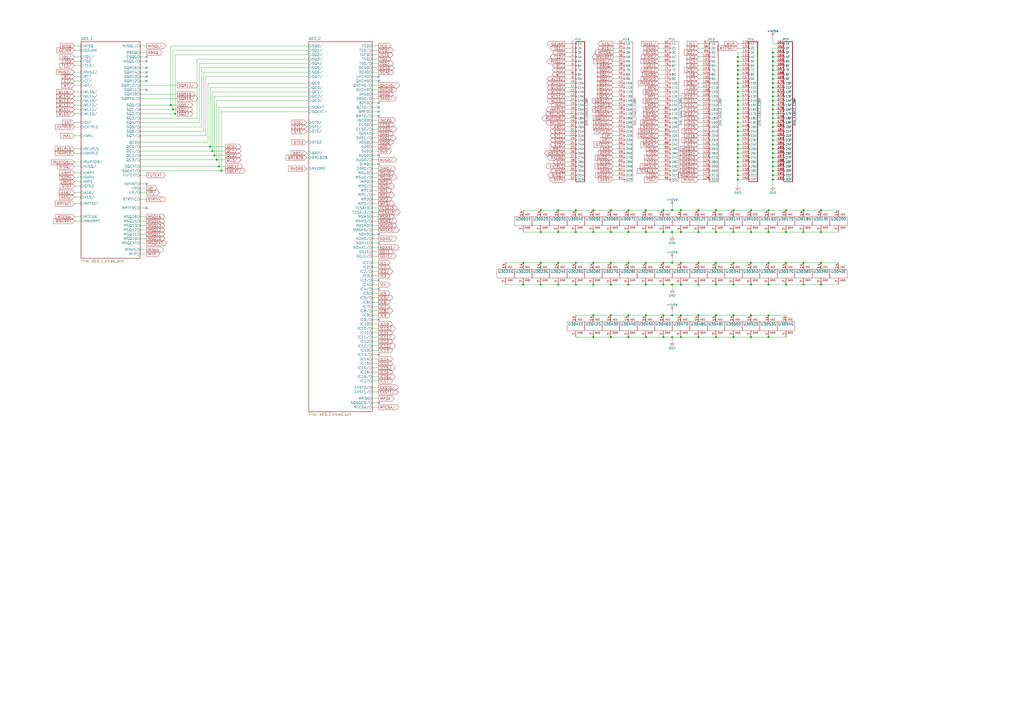
<source format=kicad_sch>
(kicad_sch (version 20211123) (generator eeschema)
  (paper "A2")
  (junction (at 384.81 152.4))
  (junction (at 121.92 85.09))
  (junction (at 415.29 165.1))
  (junction (at 448.31 58.42))
  (junction (at 445.77 182.88))
  (junction (at 448.31 76.2))
  (junction (at 354.33 152.4))
  (junction (at 427.99 83.82))
  (junction (at 427.99 43.18))
  (junction (at 99.06 60.96))
  (junction (at 405.13 182.88))
  (junction (at 427.99 38.1))
  (junction (at 394.97 121.92))
  (junction (at 435.61 195.58))
  (junction (at 448.31 48.26))
  (junction (at 323.85 152.4))
  (junction (at 354.33 165.1))
  (junction (at 344.17 182.88))
  (junction (at 448.31 68.58))
  (junction (at 427.99 104.14))
  (junction (at 384.81 195.58))
  (junction (at 448.31 43.18))
  (junction (at 344.17 152.4))
  (junction (at 427.99 35.56))
  (junction (at 448.31 73.66))
  (junction (at 323.85 165.1))
  (junction (at 415.29 134.62))
  (junction (at 344.17 195.58))
  (junction (at 448.31 71.12))
  (junction (at 128.27 99.06))
  (junction (at 427.99 53.34))
  (junction (at 427.99 50.8))
  (junction (at 448.31 104.14))
  (junction (at 334.01 121.92))
  (junction (at 384.81 121.92))
  (junction (at 425.45 195.58))
  (junction (at 455.93 152.4))
  (junction (at 389.89 182.88))
  (junction (at 466.09 152.4))
  (junction (at 448.31 33.02))
  (junction (at 313.69 134.62))
  (junction (at 435.61 182.88))
  (junction (at 389.89 195.58))
  (junction (at 364.49 195.58))
  (junction (at 435.61 165.1))
  (junction (at 448.31 93.98))
  (junction (at 415.29 195.58))
  (junction (at 364.49 182.88))
  (junction (at 394.97 152.4))
  (junction (at 389.89 121.92))
  (junction (at 455.93 165.1))
  (junction (at 435.61 121.92))
  (junction (at 323.85 134.62))
  (junction (at 476.25 152.4))
  (junction (at 427.99 96.52))
  (junction (at 476.25 134.62))
  (junction (at 448.31 60.96))
  (junction (at 445.77 195.58))
  (junction (at 425.45 182.88))
  (junction (at 394.97 195.58))
  (junction (at 384.81 134.62))
  (junction (at 374.65 152.4))
  (junction (at 448.31 63.5))
  (junction (at 389.89 134.62))
  (junction (at 448.31 86.36))
  (junction (at 313.69 165.1))
  (junction (at 374.65 134.62))
  (junction (at 427.99 48.26))
  (junction (at 415.29 121.92))
  (junction (at 435.61 134.62))
  (junction (at 354.33 195.58))
  (junction (at 427.99 55.88))
  (junction (at 334.01 134.62))
  (junction (at 466.09 121.92))
  (junction (at 384.81 165.1))
  (junction (at 427.99 40.64))
  (junction (at 448.31 40.64))
  (junction (at 427.99 60.96))
  (junction (at 466.09 134.62))
  (junction (at 445.77 121.92))
  (junction (at 466.09 165.1))
  (junction (at 127 96.52))
  (junction (at 344.17 121.92))
  (junction (at 448.31 50.8))
  (junction (at 323.85 121.92))
  (junction (at 427.99 101.6))
  (junction (at 374.65 195.58))
  (junction (at 427.99 66.04))
  (junction (at 427.99 73.66))
  (junction (at 124.46 90.17))
  (junction (at 427.99 91.44))
  (junction (at 476.25 121.92))
  (junction (at 384.81 182.88))
  (junction (at 374.65 165.1))
  (junction (at 405.13 152.4))
  (junction (at 425.45 165.1))
  (junction (at 354.33 121.92))
  (junction (at 427.99 93.98))
  (junction (at 364.49 134.62))
  (junction (at 100.33 63.5))
  (junction (at 405.13 134.62))
  (junction (at 448.31 53.34))
  (junction (at 125.73 92.71))
  (junction (at 415.29 182.88))
  (junction (at 427.99 33.02))
  (junction (at 405.13 165.1))
  (junction (at 394.97 182.88))
  (junction (at 448.31 66.04))
  (junction (at 364.49 152.4))
  (junction (at 415.29 152.4))
  (junction (at 394.97 134.62))
  (junction (at 394.97 165.1))
  (junction (at 389.89 165.1))
  (junction (at 448.31 35.56))
  (junction (at 445.77 152.4))
  (junction (at 427.99 76.2))
  (junction (at 334.01 165.1))
  (junction (at 364.49 165.1))
  (junction (at 448.31 30.48))
  (junction (at 435.61 152.4))
  (junction (at 405.13 121.92))
  (junction (at 427.99 45.72))
  (junction (at 427.99 63.5))
  (junction (at 445.77 134.62))
  (junction (at 427.99 71.12))
  (junction (at 448.31 101.6))
  (junction (at 427.99 58.42))
  (junction (at 344.17 165.1))
  (junction (at 303.53 152.4))
  (junction (at 448.31 88.9))
  (junction (at 445.77 165.1))
  (junction (at 476.25 165.1))
  (junction (at 448.31 45.72))
  (junction (at 448.31 96.52))
  (junction (at 448.31 55.88))
  (junction (at 101.6 66.04))
  (junction (at 448.31 83.82))
  (junction (at 374.65 182.88))
  (junction (at 425.45 134.62))
  (junction (at 334.01 152.4))
  (junction (at 405.13 195.58))
  (junction (at 427.99 99.06))
  (junction (at 427.99 88.9))
  (junction (at 455.93 134.62))
  (junction (at 303.53 165.1))
  (junction (at 427.99 68.58))
  (junction (at 389.89 152.4))
  (junction (at 448.31 99.06))
  (junction (at 123.19 87.63))
  (junction (at 448.31 78.74))
  (junction (at 448.31 81.28))
  (junction (at 374.65 121.92))
  (junction (at 455.93 121.92))
  (junction (at 354.33 134.62))
  (junction (at 425.45 121.92))
  (junction (at 427.99 78.74))
  (junction (at 364.49 121.92))
  (junction (at 427.99 86.36))
  (junction (at 448.31 38.1))
  (junction (at 313.69 121.92))
  (junction (at 448.31 91.44))
  (junction (at 344.17 134.62))
  (junction (at 354.33 182.88))
  (junction (at 313.69 152.4))
  (junction (at 427.99 81.28))
  (junction (at 425.45 152.4))
  (no_connect (at 85.09 44.45))
  (no_connect (at 85.09 39.37))
  (no_connect (at 219.71 44.45))
  (no_connect (at 219.71 64.77))
  (no_connect (at 85.09 33.02))
  (no_connect (at 219.71 233.68))
  (no_connect (at 219.71 59.69))
  (no_connect (at 219.71 140.97))
  (no_connect (at 219.71 185.42))
  (no_connect (at 219.71 205.74))
  (no_connect (at 219.71 46.99))
  (no_connect (at 85.09 106.68))
  (no_connect (at 85.09 41.91))
  (no_connect (at 219.71 95.25))
  (no_connect (at 85.09 120.65))
  (no_connect (at 85.09 46.99))
  (no_connect (at 219.71 167.64))
  (no_connect (at 219.71 162.56))
  (no_connect (at 219.71 62.23))
  (no_connect (at 85.09 52.07))
  (no_connect (at 85.09 35.56))
  (no_connect (at 219.71 135.89))
  (no_connect (at 219.71 90.17))
  (no_connect (at 219.71 67.31))
  (wire (pts (xy 448.31 27.94) (xy 448.31 30.48)))
  (wire (pts (xy 116.84 73.66) (xy 116.84 39.37)))
  (wire (pts (xy 355.6 55.88) (xy 358.14 55.88)))
  (wire (pts (xy 330.2 53.34) (xy 327.66 53.34)))
  (wire (pts (xy 121.92 85.09) (xy 130.81 85.09)))
  (wire (pts (xy 405.13 121.92) (xy 415.29 121.92)))
  (wire (pts (xy 382.27 66.04) (xy 384.81 66.04)))
  (wire (pts (xy 427.99 25.4) (xy 430.53 25.4)))
  (wire (pts (xy 334.01 152.4) (xy 344.17 152.4)))
  (wire (pts (xy 354.33 182.88) (xy 364.49 182.88)))
  (wire (pts (xy 445.77 182.88) (xy 455.93 182.88)))
  (wire (pts (xy 427.99 63.5) (xy 427.99 66.04)))
  (wire (pts (xy 448.31 99.06) (xy 450.85 99.06)))
  (wire (pts (xy 427.99 78.74) (xy 430.53 78.74)))
  (wire (pts (xy 327.66 91.44) (xy 330.2 91.44)))
  (wire (pts (xy 448.31 99.06) (xy 448.31 101.6)))
  (wire (pts (xy 219.71 195.58) (xy 215.9 195.58)))
  (wire (pts (xy 448.31 104.14) (xy 448.31 107.95)))
  (wire (pts (xy 448.31 66.04) (xy 450.85 66.04)))
  (wire (pts (xy 394.97 182.88) (xy 405.13 182.88)))
  (wire (pts (xy 427.99 104.14) (xy 427.99 107.95)))
  (wire (pts (xy 219.71 215.9) (xy 215.9 215.9)))
  (wire (pts (xy 99.06 26.67) (xy 179.07 26.67)))
  (wire (pts (xy 219.71 102.87) (xy 215.9 102.87)))
  (wire (pts (xy 219.71 224.79) (xy 215.9 224.79)))
  (wire (pts (xy 81.28 66.04) (xy 101.6 66.04)))
  (wire (pts (xy 382.27 43.18) (xy 384.81 43.18)))
  (wire (pts (xy 448.31 76.2) (xy 448.31 78.74)))
  (wire (pts (xy 327.66 48.26) (xy 330.2 48.26)))
  (wire (pts (xy 427.99 71.12) (xy 427.99 73.66)))
  (wire (pts (xy 405.13 55.88) (xy 407.67 55.88)))
  (wire (pts (xy 85.09 109.22) (xy 81.28 109.22)))
  (wire (pts (xy 179.07 88.9) (xy 177.8 88.9)))
  (wire (pts (xy 81.28 87.63) (xy 123.19 87.63)))
  (wire (pts (xy 448.31 68.58) (xy 450.85 68.58)))
  (wire (pts (xy 394.97 165.1) (xy 405.13 165.1)))
  (wire (pts (xy 43.18 33.02) (xy 46.99 33.02)))
  (wire (pts (xy 219.71 210.82) (xy 215.9 210.82)))
  (wire (pts (xy 448.31 91.44) (xy 448.31 93.98)))
  (wire (pts (xy 330.2 63.5) (xy 327.66 63.5)))
  (wire (pts (xy 124.46 55.88) (xy 179.07 55.88)))
  (wire (pts (xy 123.19 87.63) (xy 123.19 53.34)))
  (wire (pts (xy 85.09 101.6) (xy 81.28 101.6)))
  (wire (pts (xy 384.81 165.1) (xy 389.89 165.1)))
  (wire (pts (xy 448.31 86.36) (xy 448.31 88.9)))
  (wire (pts (xy 85.09 106.68) (xy 81.28 106.68)))
  (wire (pts (xy 354.33 152.4) (xy 364.49 152.4)))
  (wire (pts (xy 427.99 88.9) (xy 430.53 88.9)))
  (wire (pts (xy 405.13 93.98) (xy 407.67 93.98)))
  (wire (pts (xy 427.99 30.48) (xy 430.53 30.48)))
  (wire (pts (xy 355.6 73.66) (xy 358.14 73.66)))
  (wire (pts (xy 427.99 88.9) (xy 427.99 91.44)))
  (wire (pts (xy 405.13 25.4) (xy 407.67 25.4)))
  (wire (pts (xy 405.13 88.9) (xy 407.67 88.9)))
  (wire (pts (xy 427.99 60.96) (xy 427.99 63.5)))
  (wire (pts (xy 427.99 50.8) (xy 427.99 53.34)))
  (wire (pts (xy 364.49 182.88) (xy 374.65 182.88)))
  (wire (pts (xy 448.31 83.82) (xy 448.31 86.36)))
  (wire (pts (xy 327.66 33.02) (xy 330.2 33.02)))
  (wire (pts (xy 219.71 193.04) (xy 215.9 193.04)))
  (wire (pts (xy 219.71 29.21) (xy 215.9 29.21)))
  (wire (pts (xy 374.65 195.58) (xy 384.81 195.58)))
  (wire (pts (xy 405.13 40.64) (xy 407.67 40.64)))
  (wire (pts (xy 46.99 78.74) (xy 43.18 78.74)))
  (wire (pts (xy 374.65 182.88) (xy 384.81 182.88)))
  (wire (pts (xy 85.09 130.81) (xy 81.28 130.81)))
  (wire (pts (xy 427.99 48.26) (xy 427.99 50.8)))
  (wire (pts (xy 219.71 143.51) (xy 215.9 143.51)))
  (wire (pts (xy 355.6 50.8) (xy 358.14 50.8)))
  (wire (pts (xy 219.71 62.23) (xy 215.9 62.23)))
  (wire (pts (xy 448.31 76.2) (xy 450.85 76.2)))
  (wire (pts (xy 219.71 34.29) (xy 215.9 34.29)))
  (wire (pts (xy 219.71 105.41) (xy 215.9 105.41)))
  (wire (pts (xy 425.45 134.62) (xy 435.61 134.62)))
  (wire (pts (xy 382.27 58.42) (xy 384.81 58.42)))
  (wire (pts (xy 382.27 63.5) (xy 384.81 63.5)))
  (wire (pts (xy 355.6 81.28) (xy 358.14 81.28)))
  (wire (pts (xy 334.01 121.92) (xy 344.17 121.92)))
  (wire (pts (xy 81.28 78.74) (xy 119.38 78.74)))
  (wire (pts (xy 43.18 26.67) (xy 46.99 26.67)))
  (wire (pts (xy 43.18 55.88) (xy 46.99 55.88)))
  (wire (pts (xy 46.99 38.1) (xy 43.18 38.1)))
  (wire (pts (xy 303.53 121.92) (xy 313.69 121.92)))
  (wire (pts (xy 355.6 101.6) (xy 358.14 101.6)))
  (wire (pts (xy 374.65 134.62) (xy 384.81 134.62)))
  (wire (pts (xy 128.27 99.06) (xy 130.81 99.06)))
  (wire (pts (xy 405.13 48.26) (xy 407.67 48.26)))
  (wire (pts (xy 177.8 82.55) (xy 179.07 82.55)))
  (wire (pts (xy 427.99 38.1) (xy 427.99 40.64)))
  (wire (pts (xy 219.71 220.98) (xy 215.9 220.98)))
  (wire (pts (xy 427.99 91.44) (xy 427.99 93.98)))
  (wire (pts (xy 405.13 101.6) (xy 407.67 101.6)))
  (wire (pts (xy 219.71 69.85) (xy 215.9 69.85)))
  (wire (pts (xy 46.99 71.12) (xy 43.18 71.12)))
  (wire (pts (xy 384.81 134.62) (xy 389.89 134.62)))
  (wire (pts (xy 405.13 60.96) (xy 407.67 60.96)))
  (wire (pts (xy 85.09 133.35) (xy 81.28 133.35)))
  (wire (pts (xy 384.81 81.28) (xy 382.27 81.28)))
  (wire (pts (xy 219.71 236.22) (xy 215.9 236.22)))
  (wire (pts (xy 85.09 144.78) (xy 81.28 144.78)))
  (wire (pts (xy 427.99 53.34) (xy 430.53 53.34)))
  (wire (pts (xy 219.71 39.37) (xy 215.9 39.37)))
  (wire (pts (xy 219.71 182.88) (xy 215.9 182.88)))
  (wire (pts (xy 455.93 134.62) (xy 466.09 134.62)))
  (wire (pts (xy 43.18 88.9) (xy 46.99 88.9)))
  (wire (pts (xy 415.29 195.58) (xy 425.45 195.58)))
  (wire (pts (xy 405.13 27.94) (xy 407.67 27.94)))
  (wire (pts (xy 219.71 175.26) (xy 215.9 175.26)))
  (wire (pts (xy 219.71 85.09) (xy 215.9 85.09)))
  (wire (pts (xy 427.99 33.02) (xy 427.99 35.56)))
  (wire (pts (xy 382.27 104.14) (xy 384.81 104.14)))
  (wire (pts (xy 382.27 33.02) (xy 384.81 33.02)))
  (wire (pts (xy 427.99 104.14) (xy 430.53 104.14)))
  (wire (pts (xy 219.71 100.33) (xy 215.9 100.33)))
  (wire (pts (xy 448.31 38.1) (xy 448.31 40.64)))
  (wire (pts (xy 427.99 50.8) (xy 430.53 50.8)))
  (wire (pts (xy 427.99 86.36) (xy 427.99 88.9)))
  (wire (pts (xy 219.71 113.03) (xy 215.9 113.03)))
  (wire (pts (xy 46.99 53.34) (xy 43.18 53.34)))
  (wire (pts (xy 382.27 27.94) (xy 384.81 27.94)))
  (wire (pts (xy 81.28 63.5) (xy 100.33 63.5)))
  (wire (pts (xy 85.09 140.97) (xy 81.28 140.97)))
  (wire (pts (xy 448.31 58.42) (xy 448.31 60.96)))
  (wire (pts (xy 448.31 30.48) (xy 450.85 30.48)))
  (wire (pts (xy 455.93 165.1) (xy 466.09 165.1)))
  (wire (pts (xy 81.28 96.52) (xy 127 96.52)))
  (wire (pts (xy 219.71 52.07) (xy 215.9 52.07)))
  (wire (pts (xy 427.99 83.82) (xy 427.99 86.36)))
  (wire (pts (xy 85.09 111.76) (xy 81.28 111.76)))
  (wire (pts (xy 427.99 76.2) (xy 427.99 78.74)))
  (wire (pts (xy 43.18 107.95) (xy 46.99 107.95)))
  (wire (pts (xy 219.71 54.61) (xy 215.9 54.61)))
  (wire (pts (xy 427.99 55.88) (xy 430.53 55.88)))
  (wire (pts (xy 219.71 167.64) (xy 215.9 167.64)))
  (wire (pts (xy 435.61 195.58) (xy 445.77 195.58)))
  (wire (pts (xy 358.14 48.26) (xy 355.6 48.26)))
  (wire (pts (xy 382.27 99.06) (xy 384.81 99.06)))
  (wire (pts (xy 219.71 165.1) (xy 215.9 165.1)))
  (wire (pts (xy 435.61 165.1) (xy 445.77 165.1)))
  (wire (pts (xy 219.71 146.05) (xy 215.9 146.05)))
  (wire (pts (xy 114.3 68.58) (xy 114.3 34.29)))
  (wire (pts (xy 448.31 53.34) (xy 448.31 55.88)))
  (wire (pts (xy 389.89 137.16) (xy 389.89 134.62)))
  (wire (pts (xy 313.69 152.4) (xy 323.85 152.4)))
  (wire (pts (xy 448.31 78.74) (xy 450.85 78.74)))
  (wire (pts (xy 382.27 96.52) (xy 384.81 96.52)))
  (wire (pts (xy 43.18 105.41) (xy 46.99 105.41)))
  (wire (pts (xy 177.8 97.79) (xy 179.07 97.79)))
  (wire (pts (xy 394.97 134.62) (xy 405.13 134.62)))
  (wire (pts (xy 43.18 41.91) (xy 46.99 41.91)))
  (wire (pts (xy 427.99 99.06) (xy 430.53 99.06)))
  (wire (pts (xy 415.29 134.62) (xy 425.45 134.62)))
  (wire (pts (xy 405.13 45.72) (xy 407.67 45.72)))
  (wire (pts (xy 327.66 78.74) (xy 330.2 78.74)))
  (wire (pts (xy 364.49 121.92) (xy 374.65 121.92)))
  (wire (pts (xy 427.99 40.64) (xy 427.99 43.18)))
  (wire (pts (xy 43.18 44.45) (xy 46.99 44.45)))
  (wire (pts (xy 358.14 96.52) (xy 355.6 96.52)))
  (wire (pts (xy 405.13 33.02) (xy 407.67 33.02)))
  (wire (pts (xy 382.27 73.66) (xy 384.81 73.66)))
  (wire (pts (xy 455.93 121.92) (xy 466.09 121.92)))
  (wire (pts (xy 427.99 55.88) (xy 427.99 58.42)))
  (wire (pts (xy 334.01 165.1) (xy 344.17 165.1)))
  (wire (pts (xy 448.31 104.14) (xy 450.85 104.14)))
  (wire (pts (xy 46.99 118.11) (xy 43.18 118.11)))
  (wire (pts (xy 448.31 96.52) (xy 448.31 99.06)))
  (wire (pts (xy 476.25 121.92) (xy 486.41 121.92)))
  (wire (pts (xy 330.2 50.8) (xy 327.66 50.8)))
  (wire (pts (xy 448.31 43.18) (xy 450.85 43.18)))
  (wire (pts (xy 303.53 152.4) (xy 313.69 152.4)))
  (wire (pts (xy 100.33 63.5) (xy 102.87 63.5)))
  (wire (pts (xy 425.45 152.4) (xy 435.61 152.4)))
  (wire (pts (xy 384.81 152.4) (xy 389.89 152.4)))
  (wire (pts (xy 123.19 87.63) (xy 130.81 87.63)))
  (wire (pts (xy 43.18 73.66) (xy 46.99 73.66)))
  (wire (pts (xy 43.18 49.53) (xy 46.99 49.53)))
  (wire (pts (xy 425.45 182.88) (xy 435.61 182.88)))
  (wire (pts (xy 124.46 90.17) (xy 124.46 55.88)))
  (wire (pts (xy 323.85 121.92) (xy 334.01 121.92)))
  (wire (pts (xy 123.19 53.34) (xy 179.07 53.34)))
  (wire (pts (xy 405.13 43.18) (xy 407.67 43.18)))
  (wire (pts (xy 427.99 83.82) (xy 430.53 83.82)))
  (wire (pts (xy 46.99 125.73) (xy 43.18 125.73)))
  (wire (pts (xy 382.27 91.44) (xy 384.81 91.44)))
  (wire (pts (xy 448.31 55.88) (xy 450.85 55.88)))
  (wire (pts (xy 127 96.52) (xy 130.81 96.52)))
  (wire (pts (xy 389.89 182.88) (xy 389.89 180.34)))
  (wire (pts (xy 448.31 71.12) (xy 450.85 71.12)))
  (wire (pts (xy 427.99 38.1) (xy 430.53 38.1)))
  (wire (pts (xy 85.09 39.37) (xy 81.28 39.37)))
  (wire (pts (xy 219.71 123.19) (xy 215.9 123.19)))
  (wire (pts (xy 219.71 46.99) (xy 215.9 46.99)))
  (wire (pts (xy 389.89 134.62) (xy 394.97 134.62)))
  (wire (pts (xy 177.8 73.66) (xy 179.07 73.66)))
  (wire (pts (xy 219.71 49.53) (xy 215.9 49.53)))
  (wire (pts (xy 407.67 63.5) (xy 405.13 63.5)))
  (wire (pts (xy 354.33 121.92) (xy 364.49 121.92)))
  (wire (pts (xy 127 62.23) (xy 179.07 62.23)))
  (wire (pts (xy 330.2 71.12) (xy 327.66 71.12)))
  (wire (pts (xy 128.27 99.06) (xy 128.27 64.77)))
  (wire (pts (xy 394.97 121.92) (xy 405.13 121.92)))
  (wire (pts (xy 415.29 165.1) (xy 425.45 165.1)))
  (wire (pts (xy 354.33 134.62) (xy 364.49 134.62)))
  (wire (pts (xy 466.09 134.62) (xy 476.25 134.62)))
  (wire (pts (xy 425.45 121.92) (xy 435.61 121.92)))
  (wire (pts (xy 85.09 138.43) (xy 81.28 138.43)))
  (wire (pts (xy 81.28 76.2) (xy 118.11 76.2)))
  (wire (pts (xy 448.31 96.52) (xy 450.85 96.52)))
  (wire (pts (xy 118.11 76.2) (xy 118.11 41.91)))
  (wire (pts (xy 330.2 43.18) (xy 327.66 43.18)))
  (wire (pts (xy 415.29 182.88) (xy 425.45 182.88)))
  (wire (pts (xy 127 96.52) (xy 127 62.23)))
  (wire (pts (xy 355.6 60.96) (xy 358.14 60.96)))
  (wire (pts (xy 427.99 73.66) (xy 430.53 73.66)))
  (wire (pts (xy 355.6 58.42) (xy 358.14 58.42)))
  (wire (pts (xy 43.18 96.52) (xy 46.99 96.52)))
  (wire (pts (xy 355.6 91.44) (xy 358.14 91.44)))
  (wire (pts (xy 448.31 33.02) (xy 450.85 33.02)))
  (wire (pts (xy 415.29 121.92) (xy 425.45 121.92)))
  (wire (pts (xy 219.71 157.48) (xy 215.9 157.48)))
  (wire (pts (xy 448.31 48.26) (xy 448.31 50.8)))
  (wire (pts (xy 427.99 96.52) (xy 430.53 96.52)))
  (wire (pts (xy 358.14 38.1) (xy 355.6 38.1)))
  (wire (pts (xy 81.28 82.55) (xy 120.65 82.55)))
  (wire (pts (xy 219.71 231.14) (xy 215.9 231.14)))
  (wire (pts (xy 219.71 87.63) (xy 215.9 87.63)))
  (wire (pts (xy 219.71 77.47) (xy 215.9 77.47)))
  (wire (pts (xy 355.6 33.02) (xy 358.14 33.02)))
  (wire (pts (xy 293.37 165.1) (xy 303.53 165.1)))
  (wire (pts (xy 355.6 86.36) (xy 358.14 86.36)))
  (wire (pts (xy 435.61 182.88) (xy 445.77 182.88)))
  (wire (pts (xy 427.99 35.56) (xy 430.53 35.56)))
  (wire (pts (xy 476.25 152.4) (xy 486.41 152.4)))
  (wire (pts (xy 405.13 104.14) (xy 407.67 104.14)))
  (wire (pts (xy 85.09 33.02) (xy 81.28 33.02)))
  (wire (pts (xy 448.31 81.28) (xy 448.31 83.82)))
  (wire (pts (xy 427.99 35.56) (xy 427.99 38.1)))
  (wire (pts (xy 407.67 78.74) (xy 405.13 78.74)))
  (wire (pts (xy 219.71 31.75) (xy 215.9 31.75)))
  (wire (pts (xy 448.31 38.1) (xy 450.85 38.1)))
  (wire (pts (xy 448.31 60.96) (xy 450.85 60.96)))
  (wire (pts (xy 219.71 170.18) (xy 215.9 170.18)))
  (wire (pts (xy 405.13 134.62) (xy 415.29 134.62)))
  (wire (pts (xy 219.71 185.42) (xy 215.9 185.42)))
  (wire (pts (xy 382.27 55.88) (xy 384.81 55.88)))
  (wire (pts (xy 330.2 96.52) (xy 327.66 96.52)))
  (wire (pts (xy 448.31 83.82) (xy 450.85 83.82)))
  (wire (pts (xy 327.66 101.6) (xy 330.2 101.6)))
  (wire (pts (xy 382.27 38.1) (xy 384.81 38.1)))
  (wire (pts (xy 427.99 43.18) (xy 430.53 43.18)))
  (wire (pts (xy 427.99 101.6) (xy 430.53 101.6)))
  (wire (pts (xy 384.81 30.48) (xy 382.27 30.48)))
  (wire (pts (xy 358.14 71.12) (xy 355.6 71.12)))
  (wire (pts (xy 355.6 25.4) (xy 358.14 25.4)))
  (wire (pts (xy 389.89 195.58) (xy 394.97 195.58)))
  (wire (pts (xy 427.99 86.36) (xy 430.53 86.36)))
  (wire (pts (xy 382.27 35.56) (xy 384.81 35.56)))
  (wire (pts (xy 81.28 90.17) (xy 124.46 90.17)))
  (wire (pts (xy 427.99 73.66) (xy 427.99 76.2)))
  (wire (pts (xy 358.14 104.14) (xy 355.6 104.14)))
  (wire (pts (xy 85.09 128.27) (xy 81.28 128.27)))
  (wire (pts (xy 219.71 59.69) (xy 215.9 59.69)))
  (wire (pts (xy 85.09 44.45) (xy 81.28 44.45)))
  (wire (pts (xy 448.31 66.04) (xy 448.31 68.58)))
  (wire (pts (xy 374.65 152.4) (xy 384.81 152.4)))
  (wire (pts (xy 219.71 208.28) (xy 215.9 208.28)))
  (wire (pts (xy 354.33 195.58) (xy 364.49 195.58)))
  (wire (pts (xy 116.84 39.37) (xy 179.07 39.37)))
  (wire (pts (xy 219.71 160.02) (xy 215.9 160.02)))
  (wire (pts (xy 46.99 29.21) (xy 43.18 29.21)))
  (wire (pts (xy 405.13 99.06) (xy 407.67 99.06)))
  (wire (pts (xy 358.14 40.64) (xy 355.6 40.64)))
  (wire (pts (xy 121.92 50.8) (xy 179.07 50.8)))
  (wire (pts (xy 407.67 83.82) (xy 405.13 83.82)))
  (wire (pts (xy 330.2 76.2) (xy 327.66 76.2)))
  (wire (pts (xy 330.2 86.36) (xy 327.66 86.36)))
  (wire (pts (xy 219.71 233.68) (xy 215.9 233.68)))
  (wire (pts (xy 215.9 128.27) (xy 219.71 128.27)))
  (wire (pts (xy 327.66 58.42) (xy 330.2 58.42)))
  (wire (pts (xy 425.45 195.58) (xy 435.61 195.58)))
  (wire (pts (xy 327.66 60.96) (xy 330.2 60.96)))
  (wire (pts (xy 323.85 134.62) (xy 334.01 134.62)))
  (wire (pts (xy 330.2 73.66) (xy 327.66 73.66)))
  (wire (pts (xy 219.71 92.71) (xy 215.9 92.71)))
  (wire (pts (xy 327.66 35.56) (xy 330.2 35.56)))
  (wire (pts (xy 427.99 58.42) (xy 427.99 60.96)))
  (wire (pts (xy 219.71 74.93) (xy 215.9 74.93)))
  (wire (pts (xy 219.71 135.89) (xy 215.9 135.89)))
  (wire (pts (xy 323.85 152.4) (xy 334.01 152.4)))
  (wire (pts (xy 448.31 86.36) (xy 450.85 86.36)))
  (wire (pts (xy 100.33 29.21) (xy 179.07 29.21)))
  (wire (pts (xy 374.65 121.92) (xy 384.81 121.92)))
  (wire (pts (xy 358.14 35.56) (xy 355.6 35.56)))
  (wire (pts (xy 427.99 66.04) (xy 430.53 66.04)))
  (wire (pts (xy 43.18 114.3) (xy 46.99 114.3)))
  (wire (pts (xy 115.57 71.12) (xy 115.57 36.83)))
  (wire (pts (xy 344.17 182.88) (xy 354.33 182.88)))
  (wire (pts (xy 407.67 73.66) (xy 405.13 73.66)))
  (wire (pts (xy 384.81 195.58) (xy 389.89 195.58)))
  (wire (pts (xy 219.71 218.44) (xy 215.9 218.44)))
  (wire (pts (xy 219.71 64.77) (xy 215.9 64.77)))
  (wire (pts (xy 101.6 66.04) (xy 102.87 66.04)))
  (wire (pts (xy 445.77 195.58) (xy 455.93 195.58)))
  (wire (pts (xy 427.99 43.18) (xy 427.99 45.72)))
  (wire (pts (xy 344.17 195.58) (xy 354.33 195.58)))
  (wire (pts (xy 355.6 66.04) (xy 358.14 66.04)))
  (wire (pts (xy 219.71 120.65) (xy 215.9 120.65)))
  (wire (pts (xy 448.31 55.88) (xy 448.31 58.42)))
  (wire (pts (xy 448.31 88.9) (xy 450.85 88.9)))
  (wire (pts (xy 327.66 88.9) (xy 330.2 88.9)))
  (wire (pts (xy 405.13 58.42) (xy 407.67 58.42)))
  (wire (pts (xy 43.18 128.27) (xy 46.99 128.27)))
  (wire (pts (xy 120.65 48.26) (xy 179.07 48.26)))
  (wire (pts (xy 405.13 71.12) (xy 407.67 71.12)))
  (wire (pts (xy 219.71 95.25) (xy 215.9 95.25)))
  (wire (pts (xy 121.92 85.09) (xy 121.92 50.8)))
  (wire (pts (xy 219.71 26.67) (xy 215.9 26.67)))
  (wire (pts (xy 219.71 115.57) (xy 215.9 115.57)))
  (wire (pts (xy 327.66 83.82) (xy 330.2 83.82)))
  (wire (pts (xy 313.69 121.92) (xy 323.85 121.92)))
  (wire (pts (xy 330.2 40.64) (xy 327.66 40.64)))
  (wire (pts (xy 219.71 203.2) (xy 215.9 203.2)))
  (wire (pts (xy 219.71 190.5) (xy 215.9 190.5)))
  (wire (pts (xy 405.13 96.52) (xy 407.67 96.52)))
  (wire (pts (xy 448.31 48.26) (xy 450.85 48.26)))
  (wire (pts (xy 344.17 134.62) (xy 354.33 134.62)))
  (wire (pts (xy 448.31 35.56) (xy 448.31 38.1)))
  (wire (pts (xy 445.77 152.4) (xy 455.93 152.4)))
  (wire (pts (xy 219.71 205.74) (xy 215.9 205.74)))
  (wire (pts (xy 445.77 165.1) (xy 455.93 165.1)))
  (wire (pts (xy 450.85 25.4) (xy 448.31 25.4)))
  (wire (pts (xy 81.28 26.67) (xy 85.09 26.67)))
  (wire (pts (xy 43.18 102.87) (xy 46.99 102.87)))
  (wire (pts (xy 327.66 68.58) (xy 330.2 68.58)))
  (wire (pts (xy 219.71 97.79) (xy 215.9 97.79)))
  (wire (pts (xy 219.71 44.45) (xy 215.9 44.45)))
  (wire (pts (xy 355.6 93.98) (xy 358.14 93.98)))
  (wire (pts (xy 219.71 198.12) (xy 215.9 198.12)))
  (wire (pts (xy 81.28 71.12) (xy 115.57 71.12)))
  (wire (pts (xy 177.8 76.2) (xy 179.07 76.2)))
  (wire (pts (xy 427.99 101.6) (xy 427.99 104.14)))
  (wire (pts (xy 382.27 86.36) (xy 384.81 86.36)))
  (wire (pts (xy 43.18 66.04) (xy 46.99 66.04)))
  (wire (pts (xy 448.31 93.98) (xy 448.31 96.52)))
  (wire (pts (xy 358.14 30.48) (xy 355.6 30.48)))
  (wire (pts (xy 382.27 48.26) (xy 384.81 48.26)))
  (wire (pts (xy 358.14 99.06) (xy 355.6 99.06)))
  (wire (pts (xy 219.71 107.95) (xy 215.9 107.95)))
  (wire (pts (xy 427.99 91.44) (xy 430.53 91.44)))
  (wire (pts (xy 219.71 187.96) (xy 215.9 187.96)))
  (wire (pts (xy 382.27 50.8) (xy 384.81 50.8)))
  (wire (pts (xy 405.13 195.58) (xy 415.29 195.58)))
  (wire (pts (xy 374.65 165.1) (xy 384.81 165.1)))
  (wire (pts (xy 219.71 162.56) (xy 215.9 162.56)))
  (wire (pts (xy 448.31 73.66) (xy 450.85 73.66)))
  (wire (pts (xy 427.99 96.52) (xy 427.99 99.06)))
  (wire (pts (xy 115.57 36.83) (xy 179.07 36.83)))
  (wire (pts (xy 427.99 58.42) (xy 430.53 58.42)))
  (wire (pts (xy 124.46 90.17) (xy 130.81 90.17)))
  (wire (pts (xy 427.99 78.74) (xy 427.99 81.28)))
  (wire (pts (xy 448.31 63.5) (xy 450.85 63.5)))
  (wire (pts (xy 427.99 99.06) (xy 427.99 101.6)))
  (wire (pts (xy 128.27 64.77) (xy 179.07 64.77)))
  (wire (pts (xy 327.66 99.06) (xy 330.2 99.06)))
  (wire (pts (xy 219.71 200.66) (xy 215.9 200.66)))
  (wire (pts (xy 405.13 91.44) (xy 407.67 91.44)))
  (wire (pts (xy 219.71 213.36) (xy 215.9 213.36)))
  (wire (pts (xy 389.89 195.58) (xy 389.89 198.12)))
  (wire (pts (xy 219.71 72.39) (xy 215.9 72.39)))
  (wire (pts (xy 330.2 81.28) (xy 327.66 81.28)))
  (wire (pts (xy 355.6 83.82) (xy 358.14 83.82)))
  (wire (pts (xy 405.13 35.56) (xy 407.67 35.56)))
  (wire (pts (xy 303.53 165.1) (xy 313.69 165.1)))
  (wire (pts (xy 384.81 68.58) (xy 382.27 68.58)))
  (wire (pts (xy 448.31 60.96) (xy 448.31 63.5)))
  (wire (pts (xy 389.89 182.88) (xy 394.97 182.88)))
  (wire (pts (xy 448.31 81.28) (xy 450.85 81.28)))
  (wire (pts (xy 448.31 63.5) (xy 448.31 66.04)))
  (wire (pts (xy 448.31 50.8) (xy 448.31 53.34)))
  (wire (pts (xy 364.49 152.4) (xy 374.65 152.4)))
  (wire (pts (xy 448.31 91.44) (xy 450.85 91.44)))
  (wire (pts (xy 445.77 121.92) (xy 455.93 121.92)))
  (wire (pts (xy 427.99 63.5) (xy 430.53 63.5)))
  (wire (pts (xy 425.45 165.1) (xy 435.61 165.1)))
  (wire (pts (xy 219.71 148.59) (xy 215.9 148.59)))
  (wire (pts (xy 382.27 40.64) (xy 384.81 40.64)))
  (wire (pts (xy 389.89 119.38) (xy 389.89 121.92)))
  (wire (pts (xy 219.71 133.35) (xy 215.9 133.35)))
  (wire (pts (xy 85.09 35.56) (xy 81.28 35.56)))
  (wire (pts (xy 313.69 134.62) (xy 323.85 134.62)))
  (wire (pts (xy 405.13 50.8) (xy 407.67 50.8)))
  (wire (pts (xy 334.01 182.88) (xy 344.17 182.88)))
  (wire (pts (xy 382.27 88.9) (xy 384.81 88.9)))
  (wire (pts (xy 427.99 27.94) (xy 430.53 27.94)))
  (wire (pts (xy 448.31 45.72) (xy 450.85 45.72)))
  (wire (pts (xy 344.17 121.92) (xy 354.33 121.92)))
  (wire (pts (xy 215.9 125.73) (xy 219.71 125.73)))
  (wire (pts (xy 382.27 45.72) (xy 384.81 45.72)))
  (wire (pts (xy 448.31 45.72) (xy 448.31 48.26)))
  (wire (pts (xy 334.01 195.58) (xy 344.17 195.58)))
  (wire (pts (xy 119.38 44.45) (xy 179.07 44.45)))
  (wire (pts (xy 125.73 92.71) (xy 130.81 92.71)))
  (wire (pts (xy 448.31 30.48) (xy 448.31 33.02)))
  (wire (pts (xy 219.71 57.15) (xy 215.9 57.15)))
  (wire (pts (xy 85.09 115.57) (xy 81.28 115.57)))
  (wire (pts (xy 448.31 43.18) (xy 448.31 45.72)))
  (wire (pts (xy 435.61 121.92) (xy 445.77 121.92)))
  (wire (pts (xy 355.6 88.9) (xy 358.14 88.9)))
  (wire (pts (xy 448.31 78.74) (xy 448.31 81.28)))
  (wire (pts (xy 389.89 121.92) (xy 394.97 121.92)))
  (wire (pts (xy 81.28 85.09) (xy 121.92 85.09)))
  (wire (pts (xy 219.71 140.97) (xy 215.9 140.97)))
  (wire (pts (xy 219.71 41.91) (xy 215.9 41.91)))
  (wire (pts (xy 46.99 46.99) (xy 43.18 46.99)))
  (wire (pts (xy 382.27 83.82) (xy 384.81 83.82)))
  (wire (pts (xy 323.85 165.1) (xy 334.01 165.1)))
  (wire (pts (xy 448.31 58.42) (xy 450.85 58.42)))
  (wire (pts (xy 427.99 71.12) (xy 430.53 71.12)))
  (wire (pts (xy 427.99 53.34) (xy 427.99 55.88)))
  (wire (pts (xy 43.18 35.56) (xy 46.99 35.56)))
  (wire (pts (xy 427.99 81.28) (xy 427.99 83.82)))
  (wire (pts (xy 448.31 50.8) (xy 450.85 50.8)))
  (wire (pts (xy 219.71 82.55) (xy 215.9 82.55)))
  (wire (pts (xy 394.97 195.58) (xy 405.13 195.58)))
  (wire (pts (xy 405.13 53.34) (xy 407.67 53.34)))
  (wire (pts (xy 355.6 76.2) (xy 358.14 76.2)))
  (wire (pts (xy 327.66 25.4) (xy 330.2 25.4)))
  (wire (pts (xy 405.13 38.1) (xy 407.67 38.1)))
  (wire (pts (xy 85.09 46.99) (xy 81.28 46.99)))
  (wire (pts (xy 219.71 154.94) (xy 215.9 154.94)))
  (wire (pts (xy 219.71 130.81) (xy 215.9 130.81)))
  (wire (pts (xy 476.25 165.1) (xy 486.41 165.1)))
  (wire (pts (xy 219.71 172.72) (xy 215.9 172.72)))
  (wire (pts (xy 219.71 180.34) (xy 215.9 180.34)))
  (wire (pts (xy 125.73 92.71) (xy 125.73 58.42)))
  (wire (pts (xy 344.17 165.1) (xy 354.33 165.1)))
  (wire (pts (xy 114.3 34.29) (xy 179.07 34.29)))
  (wire (pts (xy 364.49 134.62) (xy 374.65 134.62)))
  (wire (pts (xy 382.27 78.74) (xy 384.81 78.74)))
  (wire (pts (xy 330.2 30.48) (xy 327.66 30.48)))
  (wire (pts (xy 219.71 152.4) (xy 215.9 152.4)))
  (wire (pts (xy 313.69 165.1) (xy 323.85 165.1)))
  (wire (pts (xy 382.27 101.6) (xy 384.81 101.6)))
  (wire (pts (xy 119.38 78.74) (xy 119.38 44.45)))
  (wire (pts (xy 330.2 93.98) (xy 327.66 93.98)))
  (wire (pts (xy 358.14 45.72) (xy 355.6 45.72)))
  (wire (pts (xy 355.6 78.74) (xy 358.14 78.74)))
  (wire (pts (xy 219.71 36.83) (xy 215.9 36.83)))
  (wire (pts (xy 407.67 76.2) (xy 405.13 76.2)))
  (wire (pts (xy 85.09 52.07) (xy 81.28 52.07)))
  (wire (pts (xy 427.99 66.04) (xy 427.99 68.58)))
  (wire (pts (xy 46.99 63.5) (xy 43.18 63.5)))
  (wire (pts (xy 384.81 121.92) (xy 389.89 121.92)))
  (wire (pts (xy 43.18 111.76) (xy 46.99 111.76)))
  (wire (pts (xy 384.81 93.98) (xy 382.27 93.98)))
  (wire (pts (xy 476.25 134.62) (xy 486.41 134.62)))
  (wire (pts (xy 85.09 30.48) (xy 81.28 30.48)))
  (wire (pts (xy 407.67 81.28) (xy 405.13 81.28)))
  (wire (pts (xy 448.31 73.66) (xy 448.31 76.2)))
  (wire (pts (xy 466.09 121.92) (xy 476.25 121.92)))
  (wire (pts (xy 46.99 58.42) (xy 43.18 58.42)))
  (wire (pts (xy 466.09 165.1) (xy 476.25 165.1)))
  (wire (pts (xy 427.99 68.58) (xy 430.53 68.58)))
  (wire (pts (xy 427.99 40.64) (xy 430.53 40.64)))
  (wire (pts (xy 382.27 53.34) (xy 384.81 53.34)))
  (wire (pts (xy 327.66 104.14) (xy 330.2 104.14)))
  (wire (pts (xy 448.31 68.58) (xy 448.31 71.12)))
  (wire (pts (xy 364.49 165.1) (xy 374.65 165.1)))
  (wire (pts (xy 219.71 138.43) (xy 215.9 138.43)))
  (wire (pts (xy 389.89 152.4) (xy 394.97 152.4)))
  (wire (pts (xy 448.31 101.6) (xy 450.85 101.6)))
  (wire (pts (xy 118.11 41.91) (xy 179.07 41.91)))
  (wire (pts (xy 355.6 27.94) (xy 358.14 27.94)))
  (wire (pts (xy 85.09 41.91) (xy 81.28 41.91)))
  (wire (pts (xy 99.06 60.96) (xy 102.87 60.96)))
  (wire (pts (xy 427.99 45.72) (xy 430.53 45.72)))
  (wire (pts (xy 448.31 88.9) (xy 448.31 91.44)))
  (wire (pts (xy 177.8 71.12) (xy 179.07 71.12)))
  (wire (pts (xy 382.27 60.96) (xy 384.81 60.96)))
  (wire (pts (xy 448.31 35.56) (xy 450.85 35.56)))
  (wire (pts (xy 405.13 182.88) (xy 415.29 182.88)))
  (wire (pts (xy 448.31 101.6) (xy 448.31 104.14)))
  (wire (pts (xy 219.71 80.01) (xy 215.9 80.01)))
  (wire (pts (xy 382.27 71.12) (xy 384.81 71.12)))
  (wire (pts (xy 46.99 86.36) (xy 43.18 86.36)))
  (wire (pts (xy 389.89 149.86) (xy 389.89 152.4)))
  (wire (pts (xy 355.6 43.18) (xy 358.14 43.18)))
  (wire (pts (xy 384.81 182.88) (xy 389.89 182.88)))
  (wire (pts (xy 327.66 45.72) (xy 330.2 45.72)))
  (wire (pts (xy 327.66 55.88) (xy 330.2 55.88)))
  (wire (pts (xy 427.99 68.58) (xy 427.99 71.12)))
  (wire (pts (xy 389.89 165.1) (xy 394.97 165.1)))
  (wire (pts (xy 102.87 49.53) (xy 81.28 49.53)))
  (wire (pts (xy 427.99 93.98) (xy 427.99 96.52)))
  (wire (pts (xy 99.06 60.96) (xy 99.06 26.67)))
  (wire (pts (xy 466.09 152.4) (xy 476.25 152.4)))
  (wire (pts (xy 448.31 71.12) (xy 448.31 73.66)))
  (wire (pts (xy 327.66 38.1) (xy 330.2 38.1)))
  (wire (pts (xy 81.28 92.71) (xy 125.73 92.71)))
  (wire (pts (xy 405.13 165.1) (xy 415.29 165.1)))
  (wire (pts (xy 219.71 110.49) (xy 215.9 110.49)))
  (wire (pts (xy 81.28 68.58) (xy 114.3 68.58)))
  (wire (pts (xy 405.13 30.48) (xy 407.67 30.48)))
  (wire (pts (xy 219.71 67.31) (xy 215.9 67.31)))
  (wire (pts (xy 219.71 118.11) (xy 215.9 118.11)))
  (wire (pts (xy 448.31 25.4) (xy 448.31 21.59)))
  (wire (pts (xy 405.13 68.58) (xy 407.67 68.58)))
  (wire (pts (xy 448.31 93.98) (xy 450.85 93.98)))
  (wire (pts (xy 415.29 152.4) (xy 425.45 152.4)))
  (wire (pts (xy 101.6 31.75) (xy 179.07 31.75)))
  (wire (pts (xy 448.31 27.94) (xy 450.85 27.94)))
  (wire (pts (xy 358.14 53.34) (xy 355.6 53.34)))
  (wire (pts (xy 394.97 152.4) (xy 405.13 152.4)))
  (wire (pts (xy 427.99 45.72) (xy 427.99 48.26)))
  (wire (pts (xy 448.31 33.02) (xy 448.31 35.56)))
  (wire (pts (xy 327.66 27.94) (xy 330.2 27.94)))
  (wire (pts (xy 102.87 57.15) (xy 81.28 57.15)))
  (wire (pts (xy 427.99 81.28) (xy 430.53 81.28)))
  (wire (pts (xy 46.99 100.33) (xy 43.18 100.33)))
  (wire (pts (xy 344.17 152.4) (xy 354.33 152.4)))
  (wire (pts (xy 405.13 152.4) (xy 415.29 152.4)))
  (wire (pts (xy 427.99 93.98) (xy 430.53 93.98)))
  (wire (pts (xy 293.37 152.4) (xy 303.53 152.4)))
  (wire (pts (xy 435.61 134.62) (xy 445.77 134.62)))
  (wire (pts (xy 101.6 66.04) (xy 101.6 31.75)))
  (wire (pts (xy 81.28 60.96) (xy 99.06 60.96)))
  (wire (pts (xy 354.33 165.1) (xy 364.49 165.1)))
  (wire (pts (xy 355.6 63.5) (xy 358.14 63.5)))
  (wire (pts (xy 100.33 63.5) (xy 100.33 29.21)))
  (wire (pts (xy 334.01 134.62) (xy 344.17 134.62)))
  (wire (pts (xy 427.99 33.02) (xy 430.53 33.02)))
  (wire (pts (xy 435.61 152.4) (xy 445.77 152.4)))
  (wire (pts (xy 85.09 135.89) (xy 81.28 135.89)))
  (wire (pts (xy 85.09 125.73) (xy 81.28 125.73)))
  (wire (pts (xy 330.2 66.04) (xy 327.66 66.04)))
  (wire (pts (xy 219.71 177.8) (xy 215.9 177.8)))
  (wire (pts (xy 219.71 227.33) (xy 215.9 227.33)))
  (wire (pts (xy 448.31 40.64) (xy 448.31 43.18)))
  (wire (pts (xy 120.65 82.55) (xy 120.65 48.26)))
  (wire (pts (xy 219.71 90.17) (xy 215.9 90.17)))
  (wire (pts (xy 445.77 134.62) (xy 455.93 134.62)))
  (wire (pts (xy 427.99 76.2) (xy 430.53 76.2)))
  (wire (pts (xy 85.09 120.65) (xy 81.28 120.65)))
  (wire (pts (xy 125.73 58.42) (xy 179.07 58.42)))
  (wire (pts (xy 455.93 152.4) (xy 466.09 152.4)))
  (wire (pts (xy 364.49 195.58) (xy 374.65 195.58)))
  (wire (pts (xy 427.99 48.26) (xy 430.53 48.26)))
  (wire (pts (xy 43.18 60.96) (xy 46.99 60.96)))
  (wire (pts (xy 81.28 99.06) (xy 128.27 99.06)))
  (wire (pts (xy 355.6 68.58) (xy 358.14 68.58)))
  (wire (pts (xy 427.99 60.96) (xy 430.53 60.96)))
  (wire (pts (xy 407.67 66.04) (xy 405.13 66.04)))
  (wire (pts (xy 427.99 30.48) (xy 427.99 33.02)))
  (wire (pts (xy 448.31 53.34) (xy 450.85 53.34)))
  (wire (pts (xy 382.27 25.4) (xy 384.81 25.4)))
  (wire (pts (xy 81.28 73.66) (xy 116.84 73.66)))
  (wire (pts (xy 85.09 147.32) (xy 81.28 147.32)))
  (wire (pts (xy 382.27 76.2) (xy 384.81 76.2)))
  (wire (pts (xy 177.8 91.44) (xy 179.07 91.44)))
  (wire (pts (xy 102.87 54.61) (xy 81.28 54.61)))
  (wire (pts (xy 43.18 93.98) (xy 46.99 93.98)))
  (wire (pts (xy 389.89 167.64) (xy 389.89 165.1)))
  (wire (pts (xy 448.31 40.64) (xy 450.85 40.64)))
  (wire (pts (xy 405.13 86.36) (xy 407.67 86.36)))
  (wire (pts (xy 303.53 134.62) (xy 313.69 134.62)))
  (global_label "IIP" (shape input) (at 355.6 78.74 180) (effects (font (size 1.524 1.524))) (property "Intersheet References" "${INTERSHEET_REFS}" (effects hide)))
  (global_label "INHPLS" (shape input) (at 43.18 88.9 180) (effects (font (size 1.524 1.524))) (property "Intersheet References" "${INTERSHEET_REFS}" (effects hide)))
  (global_label "IC17" (shape output) (at 219.71 220.98 0) (effects (font (size 1.524 1.524))) (property "Intersheet References" "${INTERSHEET_REFS}" (effects hide)))
  (global_label "MSU0" (shape input) (at 382.27 68.58 180) (effects (font (size 1.524 1.524))) (property "Intersheet References" "${INTERSHEET_REFS}" (effects hide)))
  (global_label "MTCSA/" (shape input) (at 427.99 27.94 180) (effects (font (size 1.524 1.524))) (property "Intersheet References" "${INTERSHEET_REFS}" (effects hide)))
  (global_label "IC16" (shape output) (at 219.71 215.9 0) (effects (font (size 1.524 1.524))) (property "Intersheet References" "${INTERSHEET_REFS}" (effects hide)))
  (global_label "WL16/" (shape output) (at 327.66 45.72 180) (effects (font (size 1.524 1.524))) (property "Intersheet References" "${INTERSHEET_REFS}" (effects hide)))
  (global_label "TCSAJ3/" (shape input) (at 382.27 99.06 180) (effects (font (size 1.524 1.524))) (property "Intersheet References" "${INTERSHEET_REFS}" (effects hide)))
  (global_label "IC13" (shape input) (at 405.13 68.58 180) (effects (font (size 1.524 1.524))) (property "Intersheet References" "${INTERSHEET_REFS}" (effects hide)))
  (global_label "TCF0" (shape output) (at 219.71 31.75 0) (effects (font (size 1.524 1.524))) (property "Intersheet References" "${INTERSHEET_REFS}" (effects hide)))
  (global_label "IC2" (shape output) (at 219.71 154.94 0) (effects (font (size 1.524 1.524))) (property "Intersheet References" "${INTERSHEET_REFS}" (effects hide)))
  (global_label "IC12" (shape output) (at 219.71 198.12 0) (effects (font (size 1.524 1.524))) (property "Intersheet References" "${INTERSHEET_REFS}" (effects hide)))
  (global_label "IIP/" (shape output) (at 85.09 111.76 0) (effects (font (size 1.524 1.524))) (property "Intersheet References" "${INTERSHEET_REFS}" (effects hide)))
  (global_label "IC12" (shape input) (at 405.13 63.5 180) (effects (font (size 1.524 1.524))) (property "Intersheet References" "${INTERSHEET_REFS}" (effects hide)))
  (global_label "IC15/" (shape input) (at 405.13 76.2 180) (effects (font (size 1.524 1.524))) (property "Intersheet References" "${INTERSHEET_REFS}" (effects hide)))
  (global_label "IC14" (shape output) (at 219.71 208.28 0) (effects (font (size 1.524 1.524))) (property "Intersheet References" "${INTERSHEET_REFS}" (effects hide)))
  (global_label "RT/" (shape input) (at 43.18 44.45 180) (effects (font (size 1.524 1.524))) (property "Intersheet References" "${INTERSHEET_REFS}" (effects hide)))
  (global_label "IC10" (shape output) (at 219.71 187.96 0) (effects (font (size 1.524 1.524))) (property "Intersheet References" "${INTERSHEET_REFS}" (effects hide)))
  (global_label "SQR10/" (shape output) (at 102.87 57.15 0) (effects (font (size 1.524 1.524))) (property "Intersheet References" "${INTERSHEET_REFS}" (effects hide)))
  (global_label "MASK0" (shape input) (at 382.27 45.72 180) (effects (font (size 1.524 1.524))) (property "Intersheet References" "${INTERSHEET_REFS}" (effects hide)))
  (global_label "RELPLS" (shape output) (at 327.66 66.04 180) (effects (font (size 1.524 1.524))) (property "Intersheet References" "${INTERSHEET_REFS}" (effects hide)))
  (global_label "STD2" (shape input) (at 177.8 82.55 180) (effects (font (size 1.524 1.524))) (property "Intersheet References" "${INTERSHEET_REFS}" (effects hide)))
  (global_label "INCR0" (shape output) (at 219.71 69.85 0) (effects (font (size 1.524 1.524))) (property "Intersheet References" "${INTERSHEET_REFS}" (effects hide)))
  (global_label "QC1/" (shape output) (at 130.81 87.63 0) (effects (font (size 1.524 1.524))) (property "Intersheet References" "${INTERSHEET_REFS}" (effects hide)))
  (global_label "WL10/" (shape output) (at 327.66 58.42 180) (effects (font (size 1.524 1.524))) (property "Intersheet References" "${INTERSHEET_REFS}" (effects hide)))
  (global_label "IC16/" (shape input) (at 405.13 81.28 180) (effects (font (size 1.524 1.524))) (property "Intersheet References" "${INTERSHEET_REFS}" (effects hide)))
  (global_label "A15/" (shape output) (at 355.6 25.4 180) (effects (font (size 1.524 1.524))) (property "Intersheet References" "${INTERSHEET_REFS}" (effects hide)))
  (global_label "EXST0/" (shape input) (at 355.6 71.12 180) (effects (font (size 1.524 1.524))) (property "Intersheet References" "${INTERSHEET_REFS}" (effects hide)))
  (global_label "TCF0" (shape input) (at 382.27 93.98 180) (effects (font (size 1.524 1.524))) (property "Intersheet References" "${INTERSHEET_REFS}" (effects hide)))
  (global_label "GOJ1" (shape input) (at 382.27 38.1 180) (effects (font (size 1.524 1.524))) (property "Intersheet References" "${INTERSHEET_REFS}" (effects hide)))
  (global_label "EXTPLS" (shape output) (at 327.66 96.52 180) (effects (font (size 1.524 1.524))) (property "Intersheet References" "${INTERSHEET_REFS}" (effects hide)))
  (global_label "MP0" (shape input) (at 382.27 50.8 180) (effects (font (size 1.524 1.524))) (property "Intersheet References" "${INTERSHEET_REFS}" (effects hide)))
  (global_label "EXST0/" (shape output) (at 219.71 224.79 0) (effects (font (size 1.524 1.524))) (property "Intersheet References" "${INTERSHEET_REFS}" (effects hide)))
  (global_label "IC5" (shape input) (at 405.13 38.1 180) (effects (font (size 1.524 1.524))) (property "Intersheet References" "${INTERSHEET_REFS}" (effects hide)))
  (global_label "MSQ10" (shape input) (at 405.13 99.06 180) (effects (font (size 1.524 1.524))) (property "Intersheet References" "${INTERSHEET_REFS}" (effects hide)))
  (global_label "RUPTOR/" (shape input) (at 43.18 93.98 180) (effects (font (size 1.524 1.524))) (property "Intersheet References" "${INTERSHEET_REFS}" (effects hide)))
  (global_label "DAS0/" (shape output) (at 219.71 57.15 0) (effects (font (size 1.524 1.524))) (property "Intersheet References" "${INTERSHEET_REFS}" (effects hide)))
  (global_label "QXCH0/" (shape output) (at 219.71 49.53 0) (effects (font (size 1.524 1.524))) (property "Intersheet References" "${INTERSHEET_REFS}" (effects hide)))
  (global_label "MSU0/" (shape input) (at 382.27 71.12 180) (effects (font (size 1.524 1.524))) (property "Intersheet References" "${INTERSHEET_REFS}" (effects hide)))
  (global_label "IC3" (shape output) (at 219.71 160.02 0) (effects (font (size 1.524 1.524))) (property "Intersheet References" "${INTERSHEET_REFS}" (effects hide)))
  (global_label "DAS1/" (shape output) (at 219.71 80.01 0) (effects (font (size 1.524 1.524))) (property "Intersheet References" "${INTERSHEET_REFS}" (effects hide)))
  (global_label "IC2/" (shape output) (at 219.71 157.48 0) (effects (font (size 1.524 1.524))) (property "Intersheet References" "${INTERSHEET_REFS}" (effects hide)))
  (global_label "IC8/" (shape output) (at 219.71 180.34 0) (effects (font (size 1.524 1.524))) (property "Intersheet References" "${INTERSHEET_REFS}" (effects hide)))
  (global_label "DAS1" (shape output) (at 219.71 77.47 0) (effects (font (size 1.524 1.524))) (property "Intersheet References" "${INTERSHEET_REFS}" (effects hide)))
  (global_label "WL10/" (shape input) (at 43.18 66.04 180) (effects (font (size 1.524 1.524))) (property "Intersheet References" "${INTERSHEET_REFS}" (effects hide)))
  (global_label "KRPT" (shape output) (at 327.66 73.66 180) (effects (font (size 1.524 1.524))) (property "Intersheet References" "${INTERSHEET_REFS}" (effects hide)))
  (global_label "TS0/" (shape input) (at 382.27 104.14 180) (effects (font (size 1.524 1.524))) (property "Intersheet References" "${INTERSHEET_REFS}" (effects hide)))
  (global_label "IC15/" (shape output) (at 219.71 213.36 0) (effects (font (size 1.524 1.524))) (property "Intersheet References" "${INTERSHEET_REFS}" (effects hide)))
  (global_label "AD0" (shape output) (at 219.71 85.09 0) (effects (font (size 1.524 1.524))) (property "Intersheet References" "${INTERSHEET_REFS}" (effects hide)))
  (global_label "MSQ14" (shape output) (at 85.09 128.27 0) (effects (font (size 1.524 1.524))) (property "Intersheet References" "${INTERSHEET_REFS}" (effects hide)))
  (global_label "MSQ14" (shape input) (at 405.13 88.9 180) (effects (font (size 1.524 1.524))) (property "Intersheet References" "${INTERSHEET_REFS}" (effects hide)))
  (global_label "TCSAJ3" (shape input) (at 382.27 96.52 180) (effects (font (size 1.524 1.524))) (property "Intersheet References" "${INTERSHEET_REFS}" (effects hide)))
  (global_label "CCS0" (shape input) (at 355.6 93.98 180) (effects (font (size 1.524 1.524))) (property "Intersheet References" "${INTERSHEET_REFS}" (effects hide)))
  (global_label "IC14" (shape input) (at 405.13 71.12 180) (effects (font (size 1.524 1.524))) (property "Intersheet References" "${INTERSHEET_REFS}" (effects hide)))
  (global_label "IC10/" (shape output) (at 219.71 190.5 0) (effects (font (size 1.524 1.524))) (property "Intersheet References" "${INTERSHEET_REFS}" (effects hide)))
  (global_label "NDXX1/" (shape output) (at 219.71 143.51 0) (effects (font (size 1.524 1.524))) (property "Intersheet References" "${INTERSHEET_REFS}" (effects hide)))
  (global_label "NDX0/" (shape input) (at 382.27 73.66 180) (effects (font (size 1.524 1.524))) (property "Intersheet References" "${INTERSHEET_REFS}" (effects hide)))
  (global_label "IC7" (shape output) (at 219.71 177.8 0) (effects (font (size 1.524 1.524))) (property "Intersheet References" "${INTERSHEET_REFS}" (effects hide)))
  (global_label "A15/" (shape input) (at 43.18 114.3 180) (effects (font (size 1.524 1.524))) (property "Intersheet References" "${INTERSHEET_REFS}" (effects hide)))
  (global_label "SQ2/" (shape input) (at 355.6 45.72 180) (effects (font (size 1.524 1.524))) (property "Intersheet References" "${INTERSHEET_REFS}" (effects hide)))
  (global_label "IC3" (shape input) (at 405.13 33.02 180) (effects (font (size 1.524 1.524))) (property "Intersheet References" "${INTERSHEET_REFS}" (effects hide)))
  (global_label "RPTSET" (shape input) (at 43.18 118.11 180) (effects (font (size 1.524 1.524))) (property "Intersheet References" "${INTERSHEET_REFS}" (effects hide)))
  (global_label "CCS0/" (shape output) (at 219.71 74.93 0) (effects (font (size 1.524 1.524))) (property "Intersheet References" "${INTERSHEET_REFS}" (effects hide)))
  (global_label "NDXX1/" (shape input) (at 382.27 76.2 180) (effects (font (size 1.524 1.524))) (property "Intersheet References" "${INTERSHEET_REFS}" (effects hide)))
  (global_label "MP1/" (shape input) (at 382.27 58.42 180) (effects (font (size 1.524 1.524))) (property "Intersheet References" "${INTERSHEET_REFS}" (effects hide)))
  (global_label "QC3/" (shape output) (at 130.81 92.71 0) (effects (font (size 1.524 1.524))) (property "Intersheet References" "${INTERSHEET_REFS}" (effects hide)))
  (global_label "TS0/" (shape output) (at 219.71 36.83 0) (effects (font (size 1.524 1.524))) (property "Intersheet References" "${INTERSHEET_REFS}" (effects hide)))
  (global_label "NISQ" (shape output) (at 327.66 99.06 180) (effects (font (size 1.524 1.524))) (property "Intersheet References" "${INTERSHEET_REFS}" (effects hide)))
  (global_label "INCR0" (shape input) (at 382.27 43.18 180) (effects (font (size 1.524 1.524))) (property "Intersheet References" "${INTERSHEET_REFS}" (effects hide)))
  (global_label "MASK0/" (shape input) (at 382.27 48.26 180) (effects (font (size 1.524 1.524))) (property "Intersheet References" "${INTERSHEET_REFS}" (effects hide)))
  (global_label "INKL" (shape input) (at 43.18 78.74 180) (effects (font (size 1.524 1.524))) (property "Intersheet References" "${INTERSHEET_REFS}" (effects hide)))
  (global_label "RSM3/" (shape input) (at 382.27 83.82 180) (effects (font (size 1.524 1.524))) (property "Intersheet References" "${INTERSHEET_REFS}" (effects hide)))
  (global_label "DCS0" (shape output) (at 219.71 39.37 0) (effects (font (size 1.524 1.524))) (property "Intersheet References" "${INTERSHEET_REFS}" (effects hide)))
  (global_label "IC11/" (shape output) (at 219.71 195.58 0) (effects (font (size 1.524 1.524))) (property "Intersheet References" "${INTERSHEET_REFS}" (effects hide)))
  (global_label "AUG0/" (shape output) (at 219.71 92.71 0) (effects (font (size 1.524 1.524))) (property "Intersheet References" "${INTERSHEET_REFS}" (effects hide)))
  (global_label "MSQ12" (shape output) (at 85.09 133.35 0) (effects (font (size 1.524 1.524))) (property "Intersheet References" "${INTERSHEET_REFS}" (effects hide)))
  (global_label "BR2/" (shape output) (at 327.66 86.36 180) (effects (font (size 1.524 1.524))) (property "Intersheet References" "${INTERSHEET_REFS}" (effects hide)))
  (global_label "WL12/" (shape output) (at 327.66 53.34 180) (effects (font (size 1.524 1.524))) (property "Intersheet References" "${INTERSHEET_REFS}" (effects hide)))
  (global_label "MNHRPT" (shape input) (at 43.18 128.27 180) (effects (font (size 1.524 1.524))) (property "Intersheet References" "${INTERSHEET_REFS}" (effects hide)))
  (global_label "IC11/" (shape input) (at 405.13 60.96 180) (effects (font (size 1.524 1.524))) (property "Intersheet References" "${INTERSHEET_REFS}" (effects hide)))
  (global_label "QC0/" (shape input) (at 355.6 48.26 180) (effects (font (size 1.524 1.524))) (property "Intersheet References" "${INTERSHEET_REFS}" (effects hide)))
  (global_label "KRPT" (shape input) (at 43.18 100.33 180) (effects (font (size 1.524 1.524))) (property "Intersheet References" "${INTERSHEET_REFS}" (effects hide)))
  (global_label "MSQEXT" (shape input) (at 405.13 101.6 180) (effects (font (size 1.524 1.524))) (property "Intersheet References" "${INTERSHEET_REFS}" (effects hide)))
  (global_label "DXCH0" (shape output) (at 219.71 52.07 0) (effects (font (size 1.524 1.524))) (property "Intersheet References" "${INTERSHEET_REFS}" (effects hide)))
  (global_label "PHS2/" (shape input) (at 43.18 41.91 180) (effects (font (size 1.524 1.524))) (property "Intersheet References" "${INTERSHEET_REFS}" (effects hide)))
  (global_label "MP3A" (shape input) (at 382.27 66.04 180) (effects (font (size 1.524 1.524))) (property "Intersheet References" "${INTERSHEET_REFS}" (effects hide)))
  (global_label "T01/" (shape output) (at 327.66 27.94 180) (effects (font (size 1.524 1.524))) (property "Intersheet References" "${INTERSHEET_REFS}" (effects hide)))
  (global_label "ST1/" (shape input) (at 177.8 73.66 180) (effects (font (size 1.524 1.524))) (property "Intersheet References" "${INTERSHEET_REFS}" (effects hide)))
  (global_label "RSM3" (shape input) (at 382.27 81.28 180) (effects (font (size 1.524 1.524))) (property "Intersheet References" "${INTERSHEET_REFS}" (effects hide)))
  (global_label "GOJ1/" (shape input) (at 382.27 40.64 180) (effects (font (size 1.524 1.524))) (property "Intersheet References" "${INTERSHEET_REFS}" (effects hide)))
  (global_label "IC5/" (shape output) (at 219.71 172.72 0) (effects (font (size 1.524 1.524))) (property "Intersheet References" "${INTERSHEET_REFS}" (effects hide)))
  (global_label "IC10" (shape input) (at 405.13 53.34 180) (effects (font (size 1.524 1.524))) (property "Intersheet References" "${INTERSHEET_REFS}" (effects hide)))
  (global_label "SQ1/" (shape output) (at 102.87 63.5 0) (effects (font (size 1.524 1.524))) (property "Intersheet References" "${INTERSHEET_REFS}" (effects hide)))
  (global_label "GOJ1/" (shape output) (at 219.71 148.59 0) (effects (font (size 1.524 1.524))) (property "Intersheet References" "${INTERSHEET_REFS}" (effects hide)))
  (global_label "RPTSET" (shape output) (at 327.66 71.12 180) (effects (font (size 1.524 1.524))) (property "Intersheet References" "${INTERSHEET_REFS}" (effects hide)))
  (global_label "SQEXT" (shape input) (at 355.6 66.04 180) (effects (font (size 1.524 1.524))) (property "Intersheet References" "${INTERSHEET_REFS}" (effects hide)))
  (global_label "INHPLS" (shape output) (at 327.66 63.5 180) (effects (font (size 1.524 1.524))) (property "Intersheet References" "${INTERSHEET_REFS}" (effects hide)))
  (global_label "IC10/" (shape input) (at 405.13 55.88 180) (effects (font (size 1.524 1.524))) (property "Intersheet References" "${INTERSHEET_REFS}" (effects hide)))
  (global_label "IC1" (shape input) (at 405.13 25.4 180) (effects (font (size 1.524 1.524))) (property "Intersheet References" "${INTERSHEET_REFS}" (effects hide)))
  (global_label "MSQ16" (shape input) (at 405.13 86.36 180) (effects (font (size 1.524 1.524))) (property "Intersheet References" "${INTERSHEET_REFS}" (effects hide)))
  (global_label "TCSAJ3/" (shape output) (at 219.71 123.19 0) (effects (font (size 1.524 1.524))) (property "Intersheet References" "${INTERSHEET_REFS}" (effects hide)))
  (global_label "WL14/" (shape input) (at 43.18 55.88 180) (effects (font (size 1.524 1.524))) (property "Intersheet References" "${INTERSHEET_REFS}" (effects hide)))
  (global_label "MIIP" (shape input) (at 427.99 25.4 180) (effects (font (size 1.524 1.524))) (property "Intersheet References" "${INTERSHEET_REFS}" (effects hide)))
  (global_label "TCSAJ3" (shape output) (at 219.71 120.65 0) (effects (font (size 1.524 1.524))) (property "Intersheet References" "${INTERSHEET_REFS}" (effects hide)))
  (global_label "DAS1" (shape input) (at 355.6 104.14 180) (effects (font (size 1.524 1.524))) (property "Intersheet References" "${INTERSHEET_REFS}" (effects hide)))
  (global_label "MSQ12" (shape input) (at 405.13 93.98 180) (effects (font (size 1.524 1.524))) (property "Intersheet References" "${INTERSHEET_REFS}" (effects hide)))
  (global_label "MSU0" (shape output) (at 219.71 100.33 0) (effects (font (size 1.524 1.524))) (property "Intersheet References" "${INTERSHEET_REFS}" (effects hide)))
  (global_label "WL13/" (shape input) (at 43.18 58.42 180) (effects (font (size 1.524 1.524))) (property "Intersheet References" "${INTERSHEET_REFS}" (effects hide)))
  (global_label "TS0" (shape input) (at 382.27 101.6 180) (effects (font (size 1.524 1.524))) (property "Intersheet References" "${INTERSHEET_REFS}" (effects hide)))
  (global_label "FUTEXT" (shape input) (at 355.6 76.2 180) (effects (font (size 1.524 1.524))) (property "Intersheet References" "${INTERSHEET_REFS}" (effects hide)))
  (global_label "T02" (shape input) (at 43.18 35.56 180) (effects (font (size 1.524 1.524))) (property "Intersheet References" "${INTERSHEET_REFS}" (effects hide)))
  (global_label "WT/" (shape input) (at 43.18 49.53 180) (effects (font (size 1.524 1.524))) (property "Intersheet References" "${INTERSHEET_REFS}" (effects hide)))
  (global_label "NISQ" (shape input) (at 43.18 26.67 180) (effects (font (size 1.524 1.524))) (property "Intersheet References" "${INTERSHEET_REFS}" (effects hide)))
  (global_label "EXT" (shape input) (at 43.18 71.12 180) (effects (font (size 1.524 1.524))) (property "Intersheet References" "${INTERSHEET_REFS}" (effects hide)))
  (global_label "DIM0/" (shape input) (at 382.27 33.02 180) (effects (font (size 1.524 1.524))) (property "Intersheet References" "${INTERSHEET_REFS}" (effects hide)))
  (global_label "DCA0" (shape input) (at 382.27 27.94 180) (effects (font (size 1.524 1.524))) (property "Intersheet References" "${INTERSHEET_REFS}" (effects hide)))
  (global_label "SQR12/" (shape input) (at 355.6 58.42 180) (effects (font (size 1.524 1.524))) (property "Intersheet References" "${INTERSHEET_REFS}" (effects hide)))
  (global_label "IC9" (shape output) (at 219.71 182.88 0) (effects (font (size 1.524 1.524))) (property "Intersheet References" "${INTERSHEET_REFS}" (effects hide)))
  (global_label "QXCH0/" (shape input) (at 382.27 78.74 180) (effects (font (size 1.524 1.524))) (property "Intersheet References" "${INTERSHEET_REFS}" (effects hide)))
  (global_label "IC11" (shape input) (at 405.13 58.42 180) (effects (font (size 1.524 1.524))) (property "Intersheet References" "${INTERSHEET_REFS}" (effects hide)))
  (global_label "EXTPLS" (shape input) (at 43.18 73.66 180) (effects (font (size 1.524 1.524))) (property "Intersheet References" "${INTERSHEET_REFS}" (effects hide)))
  (global_label "EXT" (shape output) (at 327.66 93.98 180) (effects (font (size 1.524 1.524))) (property "Intersheet References" "${INTERSHEET_REFS}" (effects hide)))
  (global_label "T01/" (shape input) (at 43.18 33.02 180) (effects (font (size 1.524 1.524))) (property "Intersheet References" "${INTERSHEET_REFS}" (effects hide)))
  (global_label "MSQEXT" (shape output) (at 85.09 140.97 0) (effects (font (size 1.524 1.524))) (property "Intersheet References" "${INTERSHEET_REFS}" (effects hide)))
  (global_label "MSQ11" (shape input) (at 405.13 96.52 180) (effects (font (size 1.524 1.524))) (property "Intersheet References" "${INTERSHEET_REFS}" (effects hide)))
  (global_label "RBSQ" (shape input) (at 355.6 38.1 180) (effects (font (size 1.524 1.524))) (property "Intersheet References" "${INTERSHEET_REFS}" (effects hide)))
  (global_label "IC4" (shape output) (at 219.71 165.1 0) (effects (font (size 1.524 1.524))) (property "Intersheet References" "${INTERSHEET_REFS}" (effects hide)))
  (global_label "BR2/" (shape input) (at 177.8 88.9 180) (effects (font (size 1.524 1.524))) (property "Intersheet References" "${INTERSHEET_REFS}" (effects hide)))
  (global_label "SQEXT/" (shape input) (at 355.6 68.58 180) (effects (font (size 1.524 1.524))) (property "Intersheet References" "${INTERSHEET_REFS}" (effects hide)))
  (global_label "ST0/" (shape input) (at 177.8 71.12 180) (effects (font (size 1.524 1.524))) (property "Intersheet References" "${INTERSHEET_REFS}" (effects hide)))
  (global_label "DAS0" (shape input) (at 355.6 99.06 180) (effects (font (size 1.524 1.524))) (property "Intersheet References" "${INTERSHEET_REFS}" (effects hide)))
  (global_label "DCA0" (shape output) (at 219.71 41.91 0) (effects (font (size 1.524 1.524))) (property "Intersheet References" "${INTERSHEET_REFS}" (effects hide)))
  (global_label "MSQ13" (shape output) (at 85.09 130.81 0) (effects (font (size 1.524 1.524))) (property "Intersheet References" "${INTERSHEET_REFS}" (effects hide)))
  (global_label "DAS0/" (shape input) (at 355.6 101.6 180) (effects (font (size 1.524 1.524))) (property "Intersheet References" "${INTERSHEET_REFS}" (effects hide)))
  (global_label "SQEXT/" (shape output) (at 130.81 99.06 0) (effects (font (size 1.524 1.524))) (property "Intersheet References" "${INTERSHEET_REFS}" (effects hide)))
  (global_label "PHS2/" (shape output) (at 327.66 35.56 180) (effects (font (size 1.524 1.524))) (property "Intersheet References" "${INTERSHEET_REFS}" (effects hide)))
  (global_label "RBSQ" (shape output) (at 85.09 30.48 0) (effects (font (size 1.524 1.524))) (property "Intersheet References" "${INTERSHEET_REFS}" (effects hide)))
  (global_label "T12/" (shape input) (at 43.18 38.1 180) (effects (font (size 1.524 1.524))) (property "Intersheet References" "${INTERSHEET_REFS}" (effects hide)))
  (global_label "MTCSAI" (shape input) (at 43.18 125.73 180) (effects (font (size 1.524 1.524))) (property "Intersheet References" "${INTERSHEET_REFS}" (effects hide)))
  (global_label "CCS0" (shape output) (at 219.71 72.39 0) (effects (font (size 1.524 1.524))) (property "Intersheet References" "${INTERSHEET_REFS}" (effects hide)))
  (global_label "5XP4" (shape output) (at 327.66 104.14 180) (effects (font (size 1.524 1.524))) (property "Intersheet References" "${INTERSHEET_REFS}" (effects hide)))
  (global_label "IC2" (shape input) (at 405.13 27.94 180) (effects (font (size 1.524 1.524))) (property "Intersheet References" "${INTERSHEET_REFS}" (effects hide)))
  (global_label "DXCH0" (shape input) (at 382.27 35.56 180) (effects (font (size 1.524 1.524))) (property "Intersheet References" "${INTERSHEET_REFS}" (effects hide)))
  (global_label "QC2/" (shape output) (at 130.81 90.17 0) (effects (font (size 1.524 1.524))) (property "Intersheet References" "${INTERSHEET_REFS}" (effects hide)))
  (global_label "SQEXT" (shape output) (at 130.81 96.52 0) (effects (font (size 1.524 1.524))) (property "Intersheet References" "${INTERSHEET_REFS}" (effects hide)))
  (global_label "AUG0/" (shape input) (at 355.6 91.44 180) (effects (font (size 1.524 1.524))) (property "Intersheet References" "${INTERSHEET_REFS}" (effects hide)))
  (global_label "IC7" (shape input) (at 405.13 45.72 180) (effects (font (size 1.524 1.524))) (property "Intersheet References" "${INTERSHEET_REFS}" (effects hide)))
  (global_label "QC3/" (shape input) (at 355.6 55.88 180) (effects (font (size 1.524 1.524))) (property "Intersheet References" "${INTERSHEET_REFS}" (effects hide)))
  (global_label "IC5" (shape output) (at 219.71 170.18 0) (effects (font (size 1.524 1.524))) (property "Intersheet References" "${INTERSHEET_REFS}" (effects hide)))
  (global_label "MP3" (shape input) (at 43.18 105.41 180) (effects (font (size 1.524 1.524))) (property "Intersheet References" "${INTERSHEET_REFS}" (effects hide)))
  (global_label "RT/" (shape output) (at 327.66 38.1 180) (effects (font (size 1.524 1.524))) (property "Intersheet References" "${INTERSHEET_REFS}" (effects hide)))
  (global_label "IC17" (shape input) (at 405.13 83.82 180) (effects (font (size 1.524 1.524))) (property "Intersheet References" "${INTERSHEET_REFS}" (effects hide)))
  (global_label "MNHRPT" (shape output) (at 355.6 33.02 180) (effects (font (size 1.524 1.524))) (property "Intersheet References" "${INTERSHEET_REFS}" (effects hide)))
  (global_label "INKL" (shape output) (at 327.66 60.96 180) (effects (font (size 1.524 1.524))) (property "Intersheet References" "${INTERSHEET_REFS}" (effects hide)))
  (global_label "SQ2/" (shape output) (at 102.87 66.04 0) (effects (font (size 1.524 1.524))) (property "Intersheet References" "${INTERSHEET_REFS}" (effects hide)))
  (global_label "CT/" (shape output) (at 327.66 40.64 180) (effects (font (size 1.524 1.524))) (property "Intersheet References" "${INTERSHEET_REFS}" (effects hide)))
  (global_label "SU0" (shape input) (at 382.27 86.36 180) (effects (font (size 1.524 1.524))) (property "Intersheet References" "${INTERSHEET_REFS}" (effects hide)))
  (global_label "MSQ11" (shape output) (at 85.09 135.89 0) (effects (font (size 1.524 1.524))) (property "Intersheet References" "${INTERSHEET_REFS}" (effects hide)))
  (global_label "MTCSAI" (shape output) (at 355.6 30.48 180) (effects (font (size 1.524 1.524))) (property "Intersheet References" "${INTERSHEET_REFS}" (effects hide)))
  (global_label "ST3/" (shape input) (at 177.8 76.2 180) (effects (font (size 1.524 1.524))) (property "Intersheet References" "${INTERSHEET_REFS}" (effects hide)))
  (global_label "IC16/" (shape output) (at 219.71 218.44 0) (effects (font (size 1.524 1.524))) (property "Intersheet References" "${INTERSHEET_REFS}" (effects hide)))
  (global_label "QC0/" (shape output) (at 130.81 85.09 0) (effects (font (size 1.524 1.524))) (property "Intersheet References" "${INTERSHEET_REFS}" (effects hide)))
  (global_label "TC0" (shape input) (at 382.27 88.9 180) (effects (font (size 1.524 1.524))) (property "Intersheet References" "${INTERSHEET_REFS}" (effects hide)))
  (global_label "RSM3/" (shape output) (at 219.71 128.27 0) (effects (font (size 1.524 1.524))) (property "Intersheet References" "${INTERSHEET_REFS}" (effects hide)))
  (global_label "ST1/" (shape output) (at 327.66 78.74 180) (effects (font (size 1.524 1.524))) (property "Intersheet References" "${INTERSHEET_REFS}" (effects hide)))
  (global_label "NISQL/" (shape output) (at 85.09 26.67 0) (effects (font (size 1.524 1.524))) (property "Intersheet References" "${INTERSHEET_REFS}" (effects hide)))
  (global_label "RXOR0" (shape output) (at 327.66 91.44 180) (effects (font (size 1.524 1.524))) (property "Intersheet References" "${INTERSHEET_REFS}" (effects hide)))
  (global_label "SQR10/" (shape input) (at 355.6 63.5 180) (effects (font (size 1.524 1.524))) (property "Intersheet References" "${INTERSHEET_REFS}" (effects hide)))
  (global_label "GOJ1" (shape output) (at 219.71 146.05 0) (effects (font (size 1.524 1.524))) (property "Intersheet References" "${INTERSHEET_REFS}" (effects hide)))
  (global_label "STRTFC" (shape input) (at 355.6 83.82 180) (effects (font (size 1.524 1.524))) (property "Intersheet References" "${INTERSHEET_REFS}" (effects hide)))
  (global_label "SQR12/" (shape output) (at 102.87 49.53 0) (effects (font (size 1.524 1.524))) (property "Intersheet References" "${INTERSHEET_REFS}" (effects hide)))
  (global_label "MP3/" (shape output) (at 219.71 118.11 0) (effects (font (size 1.524 1.524))) (property "Intersheet References" "${INTERSHEET_REFS}" (effects hide)))
  (global_label "IC16" (shape input) (at 405.13 78.74 180) (effects (font (size 1.524 1.524))) (property "Intersheet References" "${INTERSHEET_REFS}" (effects hide)))
  (global_label "WL14/" (shape output) (at 327.66 48.26 180) (effects (font (size 1.524 1.524))) (property "Intersheet References" "${INTERSHEET_REFS}" (effects hide)))
  (global_label "MP0/" (shape input) (at 382.27 53.34 180) (effects (font (size 1.524 1.524))) (property "Intersheet References" "${INTERSHEET_REFS}" (effects hide)))
  (global_label "EXST1/" (shape output) (at 219.71 227.33 0) (effects (font (size 1.524 1.524))) (property "Intersheet References" "${INTERSHEET_REFS}" (effects hide)))
  (global_label "NISQ/" (shape input) (at 43.18 96.52 180) (effects (font (size 1.524 1.524))) (property "Intersheet References" "${INTERSHEET_REFS}" (effects hide)))
  (global_label "SQR10" (shape output) (at 102.87 54.61 0) (effects (font (size 1.524 1.524))) (property "Intersheet References" "${INTERSHEET_REFS}" (effects hide)))
  (global_label "WL12/" (shape input) (at 43.18 60.96 180) (effects (font (size 1.524 1.524))) (property "Intersheet References" "${INTERSHEET_REFS}" (effects hide)))
  (global_label "ST3/" (shape output) (at 327.66 83.82 180) (effects (font (size 1.524 1.524))) (property "Intersheet References" "${INTERSHEET_REFS}" (effects hide)))
  (global_label "MP1" (shape output) (at 219.71 110.49 0) (effects (font (size 1.524 1.524))) (property "Intersheet References" "${INTERSHEET_REFS}" (effects hide)))
  (global_label "FUTEXT" (shape output) (at 85.09 101.6 0) (effects (font (size 1.524 1.524))) (property "Intersheet References" "${INTERSHEET_REFS}" (effects hide)))
  (global_label "IC12/" (shape input) (at 405.13 66.04 180) (effects (font (size 1.524 1.524))) (property "Intersheet References" "${INTERSHEET_REFS}" (effects hide)))
  (global_label "QC2/" (shape input) (at 355.6 53.34 180) (effects (font (size 1.524 1.524))) (property "Intersheet References" "${INTERSHEET_REFS}" (effects hide)))
  (global_label "MP0" (shape output) (at 219.71 105.41 0) (effects (font (size 1.524 1.524))) (property "Intersheet References" "${INTERSHEET_REFS}" (effects hide)))
  (global_label "MP0/" (shape output) (at 219.71 107.95 0) (effects (font (size 1.524 1.524))) (property "Intersheet References" "${INTERSHEET_REFS}" (effects hide)))
  (global_label "AD0" (shape input) (at 355.6 86.36 180) (effects (font (size 1.524 1.524))) (property "Intersheet References" "${INTERSHEET_REFS}" (effects hide)))
  (global_label "WL16/" (shape input) (at 43.18 53.34 180) (effects (font (size 1.524 1.524))) (property "Intersheet References" "${INTERSHEET_REFS}" (effects hide)))
  (global_label "IC9" (shape input) (at 405.13 50.8 180) (effects (font (size 1.524 1.524))) (property "Intersheet References" "${INTERSHEET_REFS}" (effects hide)))
  (global_label "MP3" (shape output) (at 219.71 115.57 0) (effects (font (size 1.524 1.524))) (property "Intersheet References" "${INTERSHEET_REFS}" (effects hide)))
  (global_label "DAS1/" (shape input) (at 382.27 25.4 180) (effects (font (size 1.524 1.524))) (property "Intersheet References" "${INTERSHEET_REFS}" (effects hide)))
  (global_label "DCS0" (shape input) (at 382.27 30.48 180) (effects (font (size 1.524 1.524))) (property "Intersheet References" "${INTERSHEET_REFS}" (effects hide)))
  (global_label "DAS0" (shape output) (at 219.71 54.61 0) (effects (font (size 1.524 1.524))) (property "Intersheet References" "${INTERSHEET_REFS}" (effects hide)))
  (global_label "IC13" (shape output) (at 219.71 203.2 0) (effects (font (size 1.524 1.524))) (property "Intersheet References" "${INTERSHEET_REFS}" (effects hide)))
  (global_label "SU0" (shape output) (at 219.71 87.63 0) (effects (font (size 1.524 1.524))) (property "Intersheet References" "${INTERSHEET_REFS}" (effects hide)))
  (global_label "IIP/" (shape input) (at 355.6 81.28 180) (effects (font (size 1.524 1.524))) (property "Intersheet References" "${INTERSHEET_REFS}" (effects hide)))
  (global_label "TS0" (shape output) (at 219.71 34.29 0) (effects (font (size 1.524 1.524))) (property "Intersheet References" "${INTERSHEET_REFS}" (effects hide)))
  (global_label "RXOR0" (shape input) (at 177.8 97.79 180) (effects (font (size 1.524 1.524))) (property "Intersheet References" "${INTERSHEET_REFS}" (effects hide)))
  (global_label "RELPLS" (shape input) (at 43.18 86.36 180) (effects (font (size 1.524 1.524))) (property "Intersheet References" "${INTERSHEET_REFS}" (effects hide)))
  (global_label "IC5/" (shape input) (at 405.13 40.64 180) (effects (font (size 1.524 1.524))) (property "Intersheet References" "${INTERSHEET_REFS}" (effects hide)))
  (global_label "T12/" (shape output) (at 327.66 33.02 180) (effects (font (size 1.524 1.524))) (property "Intersheet References" "${INTERSHEET_REFS}" (effects hide)))
  (global_label "SQ0/" (shape output) (at 102.87 60.96 0) (effects (font (size 1.524 1.524))) (property "Intersheet References" "${INTERSHEET_REFS}" (effects hide)))
  (global_label "BR1B2B" (shape output) (at 327.66 88.9 180) (effects (font (size 1.524 1.524))) (property "Intersheet References" "${INTERSHEET_REFS}" (effects hide)))
  (global_label "ADS0" (shape input) (at 355.6 88.9 180) (effects (font (size 1.524 1.524))) (property "Intersheet References" "${INTERSHEET_REFS}" (effects hide)))
  (global_label "WL13/" (shape output) (at 327.66 50.8 180) (effects (font (size 1.524 1.524))) (property "Intersheet References" "${INTERSHEET_REFS}" (effects hide)))
  (global_label "DIM0/" (shape output) (at 219.71 97.79 0) (effects (font (size 1.524 1.524))) (property "Intersheet References" "${INTERSHEET_REFS}" (effects hide)))
  (global_label "IC12/" (shape output) (at 219.71 200.66 0) (effects (font (size 1.524 1.524))) (property "Intersheet References" "${INTERSHEET_REFS}" (effects hide)))
  (global_label "SQ1/" (shape input) (at 355.6 43.18 180) (effects (font (size 1.524 1.524))) (property "Intersheet References" "${INTERSHEET_REFS}" (effects hide)))
  (global_label "IC15" (shape input) (at 405.13 73.66 180) (effects (font (size 1.524 1.524))) (property "Intersheet References" "${INTERSHEET_REFS}" (effects hide)))
  (global_label "ADS0" (shape output) (at 219.71 82.55 0) (effects (font (size 1.524 1.524))) (property "Intersheet References" "${INTERSHEET_REFS}" (effects hide)))
  (global_label "A16/" (shape input) (at 43.18 111.76 180) (effects (font (size 1.524 1.524))) (property "Intersheet References" "${INTERSHEET_REFS}" (effects hide)))
  (global_label "MSU0/" (shape output) (at 219.71 102.87 0) (effects (font (size 1.524 1.524))) (property "Intersheet References" "${INTERSHEET_REFS}" (effects hide)))
  (global_label "CCS0/" (shape input) (at 355.6 96.52 180) (effects (font (size 1.524 1.524))) (property "Intersheet References" "${INTERSHEET_REFS}" (effects hide)))
  (global_label "IC15" (shape output) (at 219.71 210.82 0) (effects (font (size 1.524 1.524))) (property "Intersheet References" "${INTERSHEET_REFS}" (effects hide)))
  (global_label "MSQ13" (shape input) (at 405.13 91.44 180) (effects (font (size 1.524 1.524))) (property "Intersheet References" "${INTERSHEET_REFS}" (effects hide)))
  (global_label "MSQ16" (shape output) (at 85.09 125.73 0) (effects (font (size 1.524 1.524))) (property "Intersheet References" "${INTERSHEET_REFS}" (effects hide)))
  (global_label "RSM3" (shape output) (at 219.71 125.73 0) (effects (font (size 1.524 1.524))) (property "Intersheet References" "${INTERSHEET_REFS}" (effects hide)))
  (global_label "TC0/" (shape input) (at 382.27 91.44 180) (effects (font (size 1.524 1.524))) (property "Intersheet References" "${INTERSHEET_REFS}" (effects hide)))
  (global_label "EXST1/" (shape input) (at 355.6 73.66 180) (effects (font (size 1.524 1.524))) (property "Intersheet References" "${INTERSHEET_REFS}" (effects hide)))
  (global_label "IC4" (shape input) (at 405.13 35.56 180) (effects (font (size 1.524 1.524))) (property "Intersheet References" "${INTERSHEET_REFS}" (effects hide)))
  (global_label "MP3/" (shape input) (at 382.27 63.5 180) (effects (font (size 1.524 1.524))) (property "Intersheet References" "${INTERSHEET_REFS}" (effects hide)))
  (global_label "MSQ10" (shape output) (at 85.09 138.43 0) (effects (font (size 1.524 1.524))) (property "Intersheet References" "${INTERSHEET_REFS}" (effects hide)))
  (global_label "NISQL/" (shape input) (at 355.6 35.56 180) (effects (font (size 1.524 1.524))) (property "Intersheet References" "${INTERSHEET_REFS}" (effects hide)))
  (global_label "RUPTOR/" (shape output) (at 327.66 68.58 180) (effects (font (size 1.524 1.524))) (property "Intersheet References" "${INTERSHEET_REFS}" (effects hide)))
  (global_label "WL11/" (shape output) (at 327.66 55.88 180) (effects (font (size 1.524 1.524))) (property "Intersheet References" "${INTERSHEET_REFS}" (effects hide)))
  (global_label "MTCSA/" (shape output) (at 219.71 236.22 0) (effects (font (size 1.524 1.524))) (property "Intersheet References" "${INTERSHEET_REFS}" (effects hide)))
  (global_label "STD2" (shape input) (at 43.18 107.95 180) (effects (font (size 1.524 1.524))) (property "Intersheet References" "${INTERSHEET_REFS}" (effects hide)))
  (global_label "IC2/" (shape input) (at 405.13 30.48 180) (effects (font (size 1.524 1.524))) (property "Intersheet References" "${INTERSHEET_REFS}" (effects hide)))
  (global_label "MP1" (shape input) (at 382.27 55.88 180) (effects (font (size 1.524 1.524))) (property "Intersheet References" "${INTERSHEET_REFS}" (effects hide)))
  (global_label "5XP4" (shape input) (at 43.18 102.87 180) (effects (font (size 1.524 1.524))) (property "Intersheet References" "${INTERSHEET_REFS}" (effects hide)))
  (global_label "WL11/" (shape input) (at 43.18 63.5 180) (effects (font (size 1.524 1.524))) (property "Intersheet References" "${INTERSHEET_REFS}" (effects hide)))
  (global_label "MASK0" (shape output) (at 219.71 130.81 0) (effects (font (size 1.524 1.524))) (property "Intersheet References" "${INTERSHEET_REFS}" (effects hide)))
  (global_label "GOJAM" (shape output) (at 327.66 25.4 180) (effects (font (size 1.524 1.524))) (property "Intersheet References" "${INTERSHEET_REFS}" (effects hide)))
  (global_label "IC6" (shape input) (at 405.13 43.18 180) (effects (font (size 1.524 1.524))) (property "Intersheet References" "${INTERSHEET_REFS}" (effects hide)))
  (global_label "TC0" (shape output) (at 219.71 26.67 0) (effects (font (size 1.524 1.524))) (property "Intersheet References" "${INTERSHEET_REFS}" (effects hide)))
  (global_label "GOJAM" (shape input) (at 43.18 29.21 180) (effects (font (size 1.524 1.524))) (property "Intersheet References" "${INTERSHEET_REFS}" (effects hide)))
  (global_label "MP1/" (shape output) (at 219.71 113.03 0) (effects (font (size 1.524 1.524))) (property "Intersheet References" "${INTERSHEET_REFS}" (effects hide)))
  (global_label "STD2" (shape output) (at 327.66 81.28 180) (effects (font (size 1.524 1.524))) (property "Intersheet References" "${INTERSHEET_REFS}" (effects hide)))
  (global_label "NISQ/" (shape output) (at 327.66 101.6 180) (effects (font (size 1.524 1.524))) (property "Intersheet References" "${INTERSHEET_REFS}" (effects hide)))
  (global_label "IIP" (shape output) (at 85.09 109.22 0) (effects (font (size 1.524 1.524))) (property "Intersheet References" "${INTERSHEET_REFS}" (effects hide)))
  (global_label "MINHL" (shape output) (at 85.09 144.78 0) (effects (font (size 1.524 1.524))) (property "Intersheet References" "${INTERSHEET_REFS}" (effects hide)))
  (global_label "IC6" (shape output) (at 219.71 175.26 0) (effects (font (size 1.524 1.524))) (property "Intersheet References" "${INTERSHEET_REFS}" (effects hide)))
  (global_label "T02" (shape output) (at 327.66 30.48 180) (effects (font (size 1.524 1.524))) (property "Intersheet References" "${INTERSHEET_REFS}" (effects hide)))
  (global_label "STRTFC" (shape output) (at 85.09 115.57 0) (effects (font (size 1.524 1.524))) (property "Intersheet References" "${INTERSHEET_REFS}" (effects hide)))
  (global_label "SQ0/" (shape input) (at 355.6 40.64 180) (effects (font (size 1.524 1.524))) (property "Intersheet References" "${INTERSHEET_REFS}" (effects hide)))
  (global_label "MP3" (shape input) (at 382.27 60.96 180) (effects (font (size 1.524 1.524))) (property "Intersheet References" "${INTERSHEET_REFS}" (effects hide)))
  (global_label "SQR10" (shape input) (at 355.6 60.96 180) (effects (font (size 1.524 1.524))) (property "Intersheet References" "${INTERSHEET_REFS}" (effects hide)))
  (global_label "MP3A" (shape output) (at 219.71 231.14 0) (effects (font (size 1.524 1.524))) (property "Intersheet References" "${INTERSHEET_REFS}" (effects hide)))
  (global_label "MASK0/" (shape output) (at 219.71 133.35 0) (effects (font (size 1.524 1.524))) (property "Intersheet References" "${INTERSHEET_REFS}" (effects hide)))
  (global_label "MINHL" (shape input) (at 405.13 104.14 180) (effects (font (size 1.524 1.524))) (property "Intersheet References" "${INTERSHEET_REFS}" (effects hide)))
  (global_label "IC1" (shape output) (at 219.71 152.4 0) (effects (font (size 1.524 1.524))) (property "Intersheet References" "${INTERSHEET_REFS}" (effects hide)))
  (global_label "ST0/" (shape output) (at 327.66 76.2 180) (effects (font (size 1.524 1.524))) (property "Intersheet References" "${INTERSHEET_REFS}" (effects hide)))
  (global_label "TC0/" (shape output) (at 219.71 29.21 0) (effects (font (size 1.524 1.524))) (property "Intersheet References" "${INTERSHEET_REFS}" (effects hide)))
  (global_label "WT/" (shape output) (at 327.66 43.18 180) (effects (font (size 1.524 1.524))) (property "Intersheet References" "${INTERSHEET_REFS}" (effects hide)))
  (global_label "QC1/" (shape input) (at 355.6 50.8 180) (effects (font (size 1.524 1.524))) (property "Intersheet References" "${INTERSHEET_REFS}" (effects hide)))
  (global_label "IC11" (shape output) (at 219.71 193.04 0) (effects (font (size 1.524 1.524))) (property "Intersheet References" "${INTERSHEET_REFS}" (effects hide)))
  (global_label "CT/" (shape input) (at 43.18 46.99 180) (effects (font (size 1.524 1.524))) (property "Intersheet References" "${INTERSHEET_REFS}" (effects hide)))
  (global_label "NDX0/" (shape output) (at 219.71 138.43 0) (effects (font (size 1.524 1.524))) (property "Intersheet References" "${INTERSHEET_REFS}" (effects hide)))
  (global_label "A16/" (shape output) (at 355.6 27.94 180) (effects (font (size 1.524 1.524))) (property "Intersheet References" "${INTERSHEET_REFS}" (effects hide)))
  (global_label "BR1B2B" (shape input) (at 177.8 91.44 180) (effects (font (size 1.524 1.524))) (property "Intersheet References" "${INTERSHEET_REFS}" (effects hide)))
  (global_label "MIIP" (shape output) (at 85.09 147.32 0) (effects (font (size 1.524 1.524))) (property "Intersheet References" "${INTERSHEET_REFS}" (effects hide)))
  (global_label "IC8/" (shape input) (at 405.13 48.26 180) (effects (font (size 1.524 1.524))) (property "Intersheet References" "${INTERSHEET_REFS}" (effects hide)))
  (symbol (lib_id "agc_kicad_components:DIN_41612_128P") (at 335.28 64.77 0) (unit 1)
    (property "Reference" "P1" (at 335.28 22.86 0))
    (property "Value" "DIN_41612_128P" (at 340.36 64.77 90))
  )
  (symbol (lib_id "agc_kicad_components:DIN_41612_128P") (at 363.22 64.77 0) (unit 2)
    (property "Reference" "P1" (at 363.22 22.86 0))
    (property "Value" "DIN_41612_128P" (at 368.3 64.77 90))
  )
  (symbol (lib_id "agc_kicad_components:DIN_41612_128P") (at 389.89 64.77 0) (unit 3)
    (property "Reference" "P1" (at 389.89 22.86 0))
    (property "Value" "DIN_41612_128P" (at 394.97 64.77 90))
  )
  (symbol (lib_id "agc_kicad_components:DIN_41612_128P") (at 412.75 64.77 0) (unit 4)
    (property "Reference" "P1" (at 412.75 22.86 0))
    (property "Value" "DIN_41612_128P" (at 417.83 64.77 90))
  )
  (symbol (lib_id "agc_kicad_components:DIN_41612_128P") (at 435.61 64.77 0) (unit 5)
    (property "Reference" "P1" (at 435.61 22.86 0))
    (property "Value" "DIN_41612_128P" (at 440.69 64.77 90))
  )
  (symbol (lib_id "power:GND") (at 427.99 107.95 0) (unit 1)
    (property "Reference" "#PWR01" (effects hide))
    (property "Value" "GND" (at 427.99 111.76 0))
  )
  (symbol (lib_id "agc_kicad_components:DIN_41612_128P") (at 455.93 64.77 0) (unit 6)
    (property "Reference" "P1" (at 455.93 22.86 0))
    (property "Value" "DIN_41612_128P" (at 461.01 64.77 90))
  )
  (symbol (lib_id "power:GND") (at 448.31 107.95 0) (unit 1)
    (property "Reference" "#PWR02" (effects hide))
    (property "Value" "GND" (at 448.31 111.76 0))
  )
  (symbol (lib_id "agc_kicad_components:+4VSW") (at 448.31 21.59 0) (unit 1)
    (property "Reference" "#PWR03" (effects hide))
    (property "Value" "+4VSW" (at 448.31 18.034 0))
  )
  (symbol (lib_id "agc_kicad_components:74HC02") (at 303.53 128.27 0) (unit 5)
    (property "Reference" "U3001" (at 303.53 127 0) (effects (font (size 1.524 1.524))))
    (property "Value" "74HC02" (effects hide))
  )
  (symbol (lib_id "agc_kicad_components:74HC27") (at 313.69 128.27 0) (unit 4)
    (property "Reference" "U3002" (at 313.69 127 0) (effects (font (size 1.524 1.524))))
    (property "Value" "74HC27" (effects hide))
  )
  (symbol (lib_id "agc_kicad_components:74HC04") (at 323.85 128.27 0) (unit 7)
    (property "Reference" "U3003" (at 323.85 127 0) (effects (font (size 1.524 1.524))))
    (property "Value" "74HC04" (effects hide))
  )
  (symbol (lib_id "agc_kicad_components:74HC02") (at 334.01 128.27 0) (unit 5)
    (property "Reference" "U3004" (at 334.01 127 0) (effects (font (size 1.524 1.524))))
    (property "Value" "74HC02" (effects hide))
  )
  (symbol (lib_id "agc_kicad_components:74HC02") (at 344.17 128.27 0) (unit 5)
    (property "Reference" "U3005" (at 344.17 127 0) (effects (font (size 1.524 1.524))))
    (property "Value" "74HC02" (effects hide))
  )
  (symbol (lib_id "agc_kicad_components:74HC27") (at 354.33 128.27 0) (unit 4)
    (property "Reference" "U3006" (at 354.33 127 0) (effects (font (size 1.524 1.524))))
    (property "Value" "74HC27" (effects hide))
  )
  (symbol (lib_id "agc_kicad_components:74HC02") (at 364.49 128.27 0) (unit 5)
    (property "Reference" "U3007" (at 364.49 127 0) (effects (font (size 1.524 1.524))))
    (property "Value" "74HC02" (effects hide))
  )
  (symbol (lib_id "agc_kicad_components:74HC27") (at 374.65 128.27 0) (unit 4)
    (property "Reference" "U3009" (at 374.65 127 0) (effects (font (size 1.524 1.524))))
    (property "Value" "74HC27" (effects hide))
  )
  (symbol (lib_id "agc_kicad_components:74HC27") (at 384.81 128.27 0) (unit 4)
    (property "Reference" "U3010" (at 384.81 127 0) (effects (font (size 1.524 1.524))))
    (property "Value" "74HC27" (effects hide))
  )
  (symbol (lib_id "agc_kicad_components:74LVC07") (at 394.97 128.27 0) (unit 7)
    (property "Reference" "U3011" (at 394.97 127 0) (effects (font (size 1.524 1.524))))
    (property "Value" "74LVC07" (effects hide))
  )
  (symbol (lib_id "agc_kicad_components:74HC02") (at 405.13 128.27 0) (unit 5)
    (property "Reference" "U3012" (at 405.13 127 0) (effects (font (size 1.524 1.524))))
    (property "Value" "74HC02" (effects hide))
  )
  (symbol (lib_id "agc_kicad_components:74HC27") (at 415.29 128.27 0) (unit 4)
    (property "Reference" "U3013" (at 415.29 127 0) (effects (font (size 1.524 1.524))))
    (property "Value" "74HC27" (effects hide))
  )
  (symbol (lib_id "agc_kicad_components:74HC02") (at 425.45 128.27 0) (unit 5)
    (property "Reference" "U3014" (at 425.45 127 0) (effects (font (size 1.524 1.524))))
    (property "Value" "74HC02" (effects hide))
  )
  (symbol (lib_id "agc_kicad_components:74HC27") (at 435.61 128.27 0) (unit 4)
    (property "Reference" "U3015" (at 435.61 127 0) (effects (font (size 1.524 1.524))))
    (property "Value" "74HC27" (effects hide))
  )
  (symbol (lib_id "agc_kicad_components:74HC27") (at 445.77 128.27 0) (unit 4)
    (property "Reference" "U3016" (at 445.77 127 0) (effects (font (size 1.524 1.524))))
    (property "Value" "74HC27" (effects hide))
  )
  (symbol (lib_id "agc_kicad_components:74HC27") (at 455.93 128.27 0) (unit 4)
    (property "Reference" "U3017" (at 455.93 127 0) (effects (font (size 1.524 1.524))))
    (property "Value" "74HC27" (effects hide))
  )
  (symbol (lib_id "agc_kicad_components:74HC04") (at 466.09 128.27 0) (unit 7)
    (property "Reference" "U3018" (at 466.09 127 0) (effects (font (size 1.524 1.524))))
    (property "Value" "74HC04" (effects hide))
  )
  (symbol (lib_id "agc_kicad_components:74HC02") (at 476.25 128.27 0) (unit 5)
    (property "Reference" "U3019" (at 476.25 127 0) (effects (font (size 1.524 1.524))))
    (property "Value" "74HC02" (effects hide))
  )
  (symbol (lib_id "agc_kicad_components:74HC27") (at 486.41 128.27 0) (unit 4)
    (property "Reference" "U3020" (at 486.41 127 0) (effects (font (size 1.524 1.524))))
    (property "Value" "74HC27" (effects hide))
  )
  (symbol (lib_id "agc_kicad_components:74HC04") (at 293.37 158.75 0) (unit 7)
    (property "Reference" "U3021" (at 293.37 157.48 0) (effects (font (size 1.524 1.524))))
    (property "Value" "74HC04" (effects hide))
  )
  (symbol (lib_id "agc_kicad_components:74HC02") (at 303.53 158.75 0) (unit 5)
    (property "Reference" "U3022" (at 303.53 157.48 0) (effects (font (size 1.524 1.524))))
    (property "Value" "74HC02" (effects hide))
  )
  (symbol (lib_id "agc_kicad_components:74HC04") (at 313.69 158.75 0) (unit 7)
    (property "Reference" "U3023" (at 313.69 157.48 0) (effects (font (size 1.524 1.524))))
    (property "Value" "74HC04" (effects hide))
  )
  (symbol (lib_id "agc_kicad_components:74HC02") (at 323.85 158.75 0) (unit 5)
    (property "Reference" "U3024" (at 323.85 157.48 0) (effects (font (size 1.524 1.524))))
    (property "Value" "74HC02" (effects hide))
  )
  (symbol (lib_id "agc_kicad_components:74HC04") (at 334.01 158.75 0) (unit 7)
    (property "Reference" "U3025" (at 334.01 157.48 0) (effects (font (size 1.524 1.524))))
    (property "Value" "74HC04" (effects hide))
  )
  (symbol (lib_id "agc_kicad_components:74HC02") (at 344.17 158.75 0) (unit 5)
    (property "Reference" "U3026" (at 344.17 157.48 0) (effects (font (size 1.524 1.524))))
    (property "Value" "74HC02" (effects hide))
  )
  (symbol (lib_id "agc_kicad_components:74HC04") (at 354.33 158.75 0) (unit 7)
    (property "Reference" "U3027" (at 354.33 157.48 0) (effects (font (size 1.524 1.524))))
    (property "Value" "74HC04" (effects hide))
  )
  (symbol (lib_id "agc_kicad_components:74HC02") (at 364.49 158.75 0) (unit 5)
    (property "Reference" "U3028" (at 364.49 157.48 0) (effects (font (size 1.524 1.524))))
    (property "Value" "74HC02" (effects hide))
  )
  (symbol (lib_id "agc_kicad_components:74HC27") (at 374.65 158.75 0) (unit 4)
    (property "Reference" "U3029" (at 374.65 157.48 0) (effects (font (size 1.524 1.524))))
    (property "Value" "74HC27" (effects hide))
  )
  (symbol (lib_id "agc_kicad_components:74HC02") (at 384.81 158.75 0) (unit 5)
    (property "Reference" "U3030" (at 384.81 157.48 0) (effects (font (size 1.524 1.524))))
    (property "Value" "74HC02" (effects hide))
  )
  (symbol (lib_id "agc_kicad_components:74HC02") (at 394.97 158.75 0) (unit 5)
    (property "Reference" "U3031" (at 394.97 157.48 0) (effects (font (size 1.524 1.524))))
    (property "Value" "74HC02" (effects hide))
  )
  (symbol (lib_id "agc_kicad_components:74HC27") (at 405.13 158.75 0) (unit 4)
    (property "Reference" "U3032" (at 405.13 157.48 0) (effects (font (size 1.524 1.524))))
    (property "Value" "74HC27" (effects hide))
  )
  (symbol (lib_id "agc_kicad_components:74HC04") (at 415.29 158.75 0) (unit 7)
    (property "Reference" "U3033" (at 415.29 157.48 0) (effects (font (size 1.524 1.524))))
    (property "Value" "74HC04" (effects hide))
  )
  (symbol (lib_id "agc_kicad_components:74HC02") (at 425.45 158.75 0) (unit 5)
    (property "Reference" "U3034" (at 425.45 157.48 0) (effects (font (size 1.524 1.524))))
    (property "Value" "74HC02" (effects hide))
  )
  (symbol (lib_id "agc_kicad_components:74HC27") (at 435.61 158.75 0) (unit 4)
    (property "Reference" "U3035" (at 435.61 157.48 0) (effects (font (size 1.524 1.524))))
    (property "Value" "74HC27" (effects hide))
  )
  (symbol (lib_id "agc_kicad_components:74HC4002") (at 445.77 158.75 0) (unit 3)
    (property "Reference" "U3036" (at 445.77 157.48 0) (effects (font (size 1.524 1.524))))
    (property "Value" "74HC4002" (effects hide))
  )
  (symbol (lib_id "agc_kicad_components:74HC04") (at 455.93 158.75 0) (unit 7)
    (property "Reference" "U3037" (at 455.93 157.48 0) (effects (font (size 1.524 1.524))))
    (property "Value" "74HC04" (effects hide))
  )
  (symbol (lib_id "agc_kicad_components:74HC27") (at 466.09 158.75 0) (unit 4)
    (property "Reference" "U3038" (at 466.09 157.48 0) (effects (font (size 1.524 1.524))))
    (property "Value" "74HC27" (effects hide))
  )
  (symbol (lib_id "agc_kicad_components:74HC27") (at 476.25 158.75 0) (unit 4)
    (property "Reference" "U3039" (at 476.25 157.48 0) (effects (font (size 1.524 1.524))))
    (property "Value" "74HC27" (effects hide))
  )
  (symbol (lib_id "agc_kicad_components:74HC02") (at 486.41 158.75 0) (unit 5)
    (property "Reference" "U3040" (at 486.41 157.48 0) (effects (font (size 1.524 1.524))))
    (property "Value" "74HC02" (effects hide))
  )
  (symbol (lib_id "agc_kicad_components:74HC02") (at 334.01 189.23 0) (unit 5)
    (property "Reference" "U3041" (at 334.01 187.96 0) (effects (font (size 1.524 1.524))))
    (property "Value" "74HC02" (effects hide))
  )
  (symbol (lib_id "agc_kicad_components:74HC04") (at 344.17 189.23 0) (unit 7)
    (property "Reference" "U3042" (at 344.17 187.96 0) (effects (font (size 1.524 1.524))))
    (property "Value" "74HC04" (effects hide))
  )
  (symbol (lib_id "agc_kicad_components:74HC27") (at 354.33 189.23 0) (unit 4)
    (property "Reference" "U3043" (at 354.33 187.96 0) (effects (font (size 1.524 1.524))))
    (property "Value" "74HC27" (effects hide))
  )
  (symbol (lib_id "agc_kicad_components:74HC27") (at 364.49 189.23 0) (unit 4)
    (property "Reference" "U3044" (at 364.49 187.96 0) (effects (font (size 1.524 1.524))))
    (property "Value" "74HC27" (effects hide))
  )
  (symbol (lib_id "agc_kicad_components:74HC04") (at 374.65 189.23 0) (unit 7)
    (property "Reference" "U3045" (at 374.65 187.96 0) (effects (font (size 1.524 1.524))))
    (property "Value" "74HC04" (effects hide))
  )
  (symbol (lib_id "agc_kicad_components:74HC27") (at 384.81 189.23 0) (unit 4)
    (property "Reference" "U3046" (at 384.81 187.96 0) (effects (font (size 1.524 1.524))))
    (property "Value" "74HC27" (effects hide))
  )
  (symbol (lib_id "agc_kicad_components:74HC27") (at 394.97 189.23 0) (unit 4)
    (property "Reference" "U3047" (at 394.97 187.96 0) (effects (font (size 1.524 1.524))))
    (property "Value" "74HC27" (effects hide))
  )
  (symbol (lib_id "agc_kicad_components:74HC04") (at 405.13 189.23 0) (unit 7)
    (property "Reference" "U3048" (at 405.13 187.96 0) (effects (font (size 1.524 1.524))))
    (property "Value" "74HC04" (effects hide))
  )
  (symbol (lib_id "agc_kicad_components:74HC02") (at 415.29 189.23 0) (unit 5)
    (property "Reference" "U3049" (at 415.29 187.96 0) (effects (font (size 1.524 1.524))))
    (property "Value" "74HC02" (effects hide))
  )
  (symbol (lib_id "agc_kicad_components:74HC27") (at 425.45 189.23 0) (unit 4)
    (property "Reference" "U3050" (at 425.45 187.96 0) (effects (font (size 1.524 1.524))))
    (property "Value" "74HC27" (effects hide))
  )
  (symbol (lib_id "agc_kicad_components:74HC27") (at 435.61 189.23 0) (unit 4)
    (property "Reference" "U3052" (at 435.61 187.96 0) (effects (font (size 1.524 1.524))))
    (property "Value" "74HC27" (effects hide))
  )
  (symbol (lib_id "agc_kicad_components:+4VSW") (at 389.89 119.38 0) (unit 1)
    (property "Reference" "#PWR04" (effects hide))
    (property "Value" "+4VSW" (at 389.89 115.824 0))
  )
  (symbol (lib_id "power:GND") (at 389.89 137.16 0) (unit 1)
    (property "Reference" "#PWR05" (effects hide))
    (property "Value" "GND" (at 389.89 140.97 0))
  )
  (symbol (lib_id "agc_kicad_components:+4VSW") (at 389.89 149.86 0) (unit 1)
    (property "Reference" "#PWR06" (effects hide))
    (property "Value" "+4VSW" (at 389.89 146.304 0))
  )
  (symbol (lib_id "power:GND") (at 389.89 167.64 0) (unit 1)
    (property "Reference" "#PWR07" (effects hide))
    (property "Value" "GND" (at 389.89 171.45 0))
  )
  (symbol (lib_id "agc_kicad_components:+4VSW") (at 389.89 180.34 0) (unit 1)
    (property "Reference" "#PWR08" (effects hide))
    (property "Value" "+4VSW" (at 389.89 176.784 0))
  )
  (symbol (lib_id "power:GND") (at 389.89 198.12 0) (unit 1)
    (property "Reference" "#PWR09" (effects hide))
    (property "Value" "GND" (at 389.89 201.93 0))
  )
  (symbol (lib_id "agc_kicad_components:74LVC06") (at 445.77 189.23 0) (unit 7)
    (property "Reference" "U3053" (at 445.77 187.96 0) (effects (font (size 1.524 1.524))))
    (property "Value" "74LVC06" (effects hide))
  )
  (symbol (lib_id "agc_kicad_components:74LVC06") (at 455.93 189.23 0) (unit 7)
    (property "Reference" "U3054" (at 455.93 187.96 0) (effects (font (size 1.524 1.524))))
    (property "Value" "74LVC06" (effects hide))
  )
  (sheet (at 46.99 24.13) (size 34.29 125.73)
    (property "Sheet name" "A03_1" (at 46.99 23.2914 0) (effects (font (size 1.524 1.524)) (justify left bottom)))
    (property "Sheet file" "a03_1.kicad_sch" (at 46.99 150.5462 0) (effects (font (size 1.524 1.524)) (justify left top)))
    (pin "NISQ" input (at 46.99 26.67 180) (effects (font (size 1.524 1.524))))
    (pin "T12/" input (at 46.99 38.1 180) (effects (font (size 1.524 1.524))))
    (pin "RT/" input (at 46.99 44.45 180) (effects (font (size 1.524 1.524))))
    (pin "NISQL/" output (at 81.28 26.67 0) (effects (font (size 1.524 1.524))))
    (pin "CT/" input (at 46.99 46.99 180) (effects (font (size 1.524 1.524))))
    (pin "WT/" input (at 46.99 49.53 180) (effects (font (size 1.524 1.524))))
    (pin "CSQG" output (at 81.28 33.02 0) (effects (font (size 1.524 1.524))))
    (pin "RBSQ" output (at 81.28 30.48 0) (effects (font (size 1.524 1.524))))
    (pin "WSQG/" output (at 81.28 35.56 0) (effects (font (size 1.524 1.524))))
    (pin "WL16/" input (at 46.99 53.34 180) (effects (font (size 1.524 1.524))))
    (pin "WL14/" input (at 46.99 55.88 180) (effects (font (size 1.524 1.524))))
    (pin "WL13/" input (at 46.99 58.42 180) (effects (font (size 1.524 1.524))))
    (pin "GOJAM" input (at 46.99 29.21 180) (effects (font (size 1.524 1.524))))
    (pin "MTCSAI" input (at 46.99 125.73 180) (effects (font (size 1.524 1.524))))
    (pin "STRTFC" output (at 81.28 115.57 0) (effects (font (size 1.524 1.524))))
    (pin "EXT" input (at 46.99 71.12 180) (effects (font (size 1.524 1.524))))
    (pin "EXTPLS" input (at 46.99 73.66 180) (effects (font (size 1.524 1.524))))
    (pin "SQEXT/" output (at 81.28 99.06 0) (effects (font (size 1.524 1.524))))
    (pin "SQEXT" output (at 81.28 96.52 0) (effects (font (size 1.524 1.524))))
    (pin "MSQEXT" output (at 81.28 140.97 0) (effects (font (size 1.524 1.524))))
    (pin "FUTEXT" output (at 81.28 101.6 0) (effects (font (size 1.524 1.524))))
    (pin "INHPLS" input (at 46.99 88.9 180) (effects (font (size 1.524 1.524))))
    (pin "RELPLS" input (at 46.99 86.36 180) (effects (font (size 1.524 1.524))))
    (pin "MINHL" output (at 81.28 144.78 0) (effects (font (size 1.524 1.524))))
    (pin "INHINT" output (at 81.28 106.68 0) (effects (font (size 1.524 1.524))))
    (pin "MIIP" output (at 81.28 147.32 0) (effects (font (size 1.524 1.524))))
    (pin "KRPT" input (at 46.99 100.33 180) (effects (font (size 1.524 1.524))))
    (pin "5XP4" input (at 46.99 102.87 180) (effects (font (size 1.524 1.524))))
    (pin "IIP/" output (at 81.28 111.76 0) (effects (font (size 1.524 1.524))))
    (pin "IIP" output (at 81.28 109.22 0) (effects (font (size 1.524 1.524))))
    (pin "PHS2/" input (at 46.99 41.91 180) (effects (font (size 1.524 1.524))))
    (pin "RUPTOR/" input (at 46.99 93.98 180) (effects (font (size 1.524 1.524))))
    (pin "MNHRPT" input (at 46.99 128.27 180) (effects (font (size 1.524 1.524))))
    (pin "T02" input (at 46.99 35.56 180) (effects (font (size 1.524 1.524))))
    (pin "RPTFRC" output (at 81.28 120.65 0) (effects (font (size 1.524 1.524))))
    (pin "SQR16" output (at 81.28 39.37 0) (effects (font (size 1.524 1.524))))
    (pin "SQR14" output (at 81.28 41.91 0) (effects (font (size 1.524 1.524))))
    (pin "SQR13" output (at 81.28 44.45 0) (effects (font (size 1.524 1.524))))
    (pin "MSQ16" output (at 81.28 125.73 0) (effects (font (size 1.524 1.524))))
    (pin "MSQ14" output (at 81.28 128.27 0) (effects (font (size 1.524 1.524))))
    (pin "MSQ13" output (at 81.28 130.81 0) (effects (font (size 1.524 1.524))))
    (pin "INKL" input (at 46.99 78.74 180) (effects (font (size 1.524 1.524))))
    (pin "SQ0/" output (at 81.28 60.96 0) (effects (font (size 1.524 1.524))))
    (pin "SQ1/" output (at 81.28 63.5 0) (effects (font (size 1.524 1.524))))
    (pin "SQ2/" output (at 81.28 66.04 0) (effects (font (size 1.524 1.524))))
    (pin "SQ3/" output (at 81.28 68.58 0) (effects (font (size 1.524 1.524))))
    (pin "SQ4/" output (at 81.28 71.12 0) (effects (font (size 1.524 1.524))))
    (pin "SQ5/" output (at 81.28 73.66 0) (effects (font (size 1.524 1.524))))
    (pin "SQ6/" output (at 81.28 76.2 0) (effects (font (size 1.524 1.524))))
    (pin "SQ7/" output (at 81.28 78.74 0) (effects (font (size 1.524 1.524))))
    (pin "WL12/" input (at 46.99 60.96 180) (effects (font (size 1.524 1.524))))
    (pin "WL11/" input (at 46.99 63.5 180) (effects (font (size 1.524 1.524))))
    (pin "MSQ11" output (at 81.28 135.89 0) (effects (font (size 1.524 1.524))))
    (pin "MSQ12" output (at 81.28 133.35 0) (effects (font (size 1.524 1.524))))
    (pin "SQR12" output (at 81.28 46.99 0) (effects (font (size 1.524 1.524))))
    (pin "SQR12/" output (at 81.28 49.53 0) (effects (font (size 1.524 1.524))))
    (pin "SQR11" output (at 81.28 52.07 0) (effects (font (size 1.524 1.524))))
    (pin "QC0" output (at 81.28 82.55 0) (effects (font (size 1.524 1.524))))
    (pin "QC0/" output (at 81.28 85.09 0) (effects (font (size 1.524 1.524))))
    (pin "QC1/" output (at 81.28 87.63 0) (effects (font (size 1.524 1.524))))
    (pin "QC2/" output (at 81.28 90.17 0) (effects (font (size 1.524 1.524))))
    (pin "QC3/" output (at 81.28 92.71 0) (effects (font (size 1.524 1.524))))
    (pin "WL10/" input (at 46.99 66.04 180) (effects (font (size 1.524 1.524))))
    (pin "MSQ10" output (at 81.28 138.43 0) (effects (font (size 1.524 1.524))))
    (pin "SQR10" output (at 81.28 54.61 0) (effects (font (size 1.524 1.524))))
    (pin "SQR10/" output (at 81.28 57.15 0) (effects (font (size 1.524 1.524))))
    (pin "T01/" input (at 46.99 33.02 180) (effects (font (size 1.524 1.524))))
    (pin "STD2" input (at 46.99 107.95 180) (effects (font (size 1.524 1.524))))
    (pin "RPTSET" input (at 46.99 118.11 180) (effects (font (size 1.524 1.524))))
    (pin "MP3" input (at 46.99 105.41 180) (effects (font (size 1.524 1.524))))
    (pin "NISQ/" input (at 46.99 96.52 180) (effects (font (size 1.524 1.524))))
    (pin "A16/" input (at 46.99 111.76 180) (effects (font (size 1.524 1.524))))
    (pin "A15/" input (at 46.99 114.3 180) (effects (font (size 1.524 1.524))))
  )
  (sheet (at 179.07 24.13) (size 36.83 214.63)
    (property "Sheet name" "A03_2" (at 179.07 23.2914 0) (effects (font (size 1.524 1.524)) (justify left bottom)))
    (property "Sheet file" "a03_2.kicad_sch" (at 179.07 239.4462 0) (effects (font (size 1.524 1.524)) (justify left top)))
    (pin "SQ5/" input (at 179.07 39.37 180) (effects (font (size 1.524 1.524))))
    (pin "QC0/" input (at 179.07 50.8 180) (effects (font (size 1.524 1.524))))
    (pin "SQEXT/" input (at 179.07 64.77 180) (effects (font (size 1.524 1.524))))
    (pin "IC1" output (at 215.9 152.4 0) (effects (font (size 1.524 1.524))))
    (pin "ST0/" input (at 179.07 71.12 180) (effects (font (size 1.524 1.524))))
    (pin "IC2" output (at 215.9 154.94 0) (effects (font (size 1.524 1.524))))
    (pin "SQ5QC0/" output (at 215.9 233.68 0) (effects (font (size 1.524 1.524))))
    (pin "ST1/" input (at 179.07 73.66 180) (effects (font (size 1.524 1.524))))
    (pin "IC2/" output (at 215.9 157.48 0) (effects (font (size 1.524 1.524))))
    (pin "QC0" input (at 179.07 48.26 180) (effects (font (size 1.524 1.524))))
    (pin "SQ6/" input (at 179.07 41.91 180) (effects (font (size 1.524 1.524))))
    (pin "IC11" output (at 215.9 193.04 0) (effects (font (size 1.524 1.524))))
    (pin "EXST1/" output (at 215.9 227.33 0) (effects (font (size 1.524 1.524))))
    (pin "SQ3/" input (at 179.07 34.29 180) (effects (font (size 1.524 1.524))))
    (pin "SQ4/" input (at 179.07 36.83 180) (effects (font (size 1.524 1.524))))
    (pin "IC6" output (at 215.9 175.26 0) (effects (font (size 1.524 1.524))))
    (pin "IC7" output (at 215.9 177.8 0) (effects (font (size 1.524 1.524))))
    (pin "SQ0/" input (at 179.07 26.67 180) (effects (font (size 1.524 1.524))))
    (pin "SQ1/" input (at 179.07 29.21 180) (effects (font (size 1.524 1.524))))
    (pin "STD2" input (at 179.07 82.55 180) (effects (font (size 1.524 1.524))))
    (pin "TC0" output (at 215.9 26.67 0) (effects (font (size 1.524 1.524))))
    (pin "TC0/" output (at 215.9 29.21 0) (effects (font (size 1.524 1.524))))
    (pin "TCF0" output (at 215.9 31.75 0) (effects (font (size 1.524 1.524))))
    (pin "IC3/" output (at 215.9 162.56 0) (effects (font (size 1.524 1.524))))
    (pin "IC3" output (at 215.9 160.02 0) (effects (font (size 1.524 1.524))))
    (pin "SQEXT" input (at 179.07 62.23 180) (effects (font (size 1.524 1.524))))
    (pin "DCA0" output (at 215.9 41.91 0) (effects (font (size 1.524 1.524))))
    (pin "DCS0" output (at 215.9 39.37 0) (effects (font (size 1.524 1.524))))
    (pin "IC4/" output (at 215.9 167.64 0) (effects (font (size 1.524 1.524))))
    (pin "IC4" output (at 215.9 165.1 0) (effects (font (size 1.524 1.524))))
    (pin "IC13" output (at 215.9 203.2 0) (effects (font (size 1.524 1.524))))
    (pin "IC13/" output (at 215.9 205.74 0) (effects (font (size 1.524 1.524))))
    (pin "QC1/" input (at 179.07 53.34 180) (effects (font (size 1.524 1.524))))
    (pin "QC3/" input (at 179.07 58.42 180) (effects (font (size 1.524 1.524))))
    (pin "IC5" output (at 215.9 170.18 0) (effects (font (size 1.524 1.524))))
    (pin "IC5/" output (at 215.9 172.72 0) (effects (font (size 1.524 1.524))))
    (pin "SQ2/" input (at 179.07 31.75 180) (effects (font (size 1.524 1.524))))
    (pin "TS0" output (at 215.9 34.29 0) (effects (font (size 1.524 1.524))))
    (pin "IC9/" output (at 215.9 185.42 0) (effects (font (size 1.524 1.524))))
    (pin "IC9" output (at 215.9 182.88 0) (effects (font (size 1.524 1.524))))
    (pin "LXCH0" output (at 215.9 44.45 0) (effects (font (size 1.524 1.524))))
    (pin "QXCH0" output (at 215.9 46.99 0) (effects (font (size 1.524 1.524))))
    (pin "QXCH0/" output (at 215.9 49.53 0) (effects (font (size 1.524 1.524))))
    (pin "IC8/" output (at 215.9 180.34 0) (effects (font (size 1.524 1.524))))
    (pin "EXST0/" output (at 215.9 224.79 0) (effects (font (size 1.524 1.524))))
    (pin "QC2/" input (at 179.07 55.88 180) (effects (font (size 1.524 1.524))))
    (pin "TS0/" output (at 215.9 36.83 0) (effects (font (size 1.524 1.524))))
    (pin "DXCH0" output (at 215.9 52.07 0) (effects (font (size 1.524 1.524))))
    (pin "DAS0" output (at 215.9 54.61 0) (effects (font (size 1.524 1.524))))
    (pin "IC10/" output (at 215.9 190.5 0) (effects (font (size 1.524 1.524))))
    (pin "IC10" output (at 215.9 187.96 0) (effects (font (size 1.524 1.524))))
    (pin "DAS0/" output (at 215.9 57.15 0) (effects (font (size 1.524 1.524))))
    (pin "BZF0" output (at 215.9 59.69 0) (effects (font (size 1.524 1.524))))
    (pin "BZF0/" output (at 215.9 62.23 0) (effects (font (size 1.524 1.524))))
    (pin "BMF0/" output (at 215.9 67.31 0) (effects (font (size 1.524 1.524))))
    (pin "BMF0" output (at 215.9 64.77 0) (effects (font (size 1.524 1.524))))
    (pin "BR2/" input (at 179.07 88.9 180) (effects (font (size 1.524 1.524))))
    (pin "BR1B2B" input (at 179.07 91.44 180) (effects (font (size 1.524 1.524))))
    (pin "IC16/" output (at 215.9 218.44 0) (effects (font (size 1.524 1.524))))
    (pin "IC16" output (at 215.9 215.9 0) (effects (font (size 1.524 1.524))))
    (pin "IC17" output (at 215.9 220.98 0) (effects (font (size 1.524 1.524))))
    (pin "IC15" output (at 215.9 210.82 0) (effects (font (size 1.524 1.524))))
    (pin "IC15/" output (at 215.9 213.36 0) (effects (font (size 1.524 1.524))))
    (pin "CCS0" output (at 215.9 72.39 0) (effects (font (size 1.524 1.524))))
    (pin "CCS0/" output (at 215.9 74.93 0) (effects (font (size 1.524 1.524))))
    (pin "DAS1" output (at 215.9 77.47 0) (effects (font (size 1.524 1.524))))
    (pin "DAS1/" output (at 215.9 80.01 0) (effects (font (size 1.524 1.524))))
    (pin "ADS0" output (at 215.9 82.55 0) (effects (font (size 1.524 1.524))))
    (pin "INCR0" output (at 215.9 69.85 0) (effects (font (size 1.524 1.524))))
    (pin "IC12" output (at 215.9 198.12 0) (effects (font (size 1.524 1.524))))
    (pin "IC12/" output (at 215.9 200.66 0) (effects (font (size 1.524 1.524))))
    (pin "MSU0" output (at 215.9 100.33 0) (effects (font (size 1.524 1.524))))
    (pin "MSU0/" output (at 215.9 102.87 0) (effects (font (size 1.524 1.524))))
    (pin "AUG0/" output (at 215.9 92.71 0) (effects (font (size 1.524 1.524))))
    (pin "AUG0" output (at 215.9 90.17 0) (effects (font (size 1.524 1.524))))
    (pin "DIM0" output (at 215.9 95.25 0) (effects (font (size 1.524 1.524))))
    (pin "DIM0/" output (at 215.9 97.79 0) (effects (font (size 1.524 1.524))))
    (pin "MP3/" output (at 215.9 118.11 0) (effects (font (size 1.524 1.524))))
    (pin "MP3" output (at 215.9 115.57 0) (effects (font (size 1.524 1.524))))
    (pin "ST3/" input (at 179.07 76.2 180) (effects (font (size 1.524 1.524))))
    (pin "SQ7/" input (at 179.07 44.45 180) (effects (font (size 1.524 1.524))))
    (pin "MP1" output (at 215.9 110.49 0) (effects (font (size 1.524 1.524))))
    (pin "MP1/" output (at 215.9 113.03 0) (effects (font (size 1.524 1.524))))
    (pin "MP0/" output (at 215.9 107.95 0) (effects (font (size 1.524 1.524))))
    (pin "MP0" output (at 215.9 105.41 0) (effects (font (size 1.524 1.524))))
    (pin "TCSAJ3" output (at 215.9 120.65 0) (effects (font (size 1.524 1.524))))
    (pin "TCSAJ3/" output (at 215.9 123.19 0) (effects (font (size 1.524 1.524))))
    (pin "RSM3/" output (at 215.9 128.27 0) (effects (font (size 1.524 1.524))))
    (pin "RSM3" output (at 215.9 125.73 0) (effects (font (size 1.524 1.524))))
    (pin "SU0" output (at 215.9 87.63 0) (effects (font (size 1.524 1.524))))
    (pin "MASK0" output (at 215.9 130.81 0) (effects (font (size 1.524 1.524))))
    (pin "MASK0/" output (at 215.9 133.35 0) (effects (font (size 1.524 1.524))))
    (pin "RXOR0" input (at 179.07 97.79 180) (effects (font (size 1.524 1.524))))
    (pin "IC14" output (at 215.9 208.28 0) (effects (font (size 1.524 1.524))))
    (pin "AD0" output (at 215.9 85.09 0) (effects (font (size 1.524 1.524))))
    (pin "NDX0" output (at 215.9 135.89 0) (effects (font (size 1.524 1.524))))
    (pin "NDX0/" output (at 215.9 138.43 0) (effects (font (size 1.524 1.524))))
    (pin "NDXX1" output (at 215.9 140.97 0) (effects (font (size 1.524 1.524))))
    (pin "NDXX1/" output (at 215.9 143.51 0) (effects (font (size 1.524 1.524))))
    (pin "GOJ1" output (at 215.9 146.05 0) (effects (font (size 1.524 1.524))))
    (pin "GOJ1/" output (at 215.9 148.59 0) (effects (font (size 1.524 1.524))))
    (pin "MP3A" output (at 215.9 231.14 0) (effects (font (size 1.524 1.524))))
    (pin "IC11/" output (at 215.9 195.58 0) (effects (font (size 1.524 1.524))))
    (pin "MTCSA/" output (at 215.9 236.22 0) (effects (font (size 1.524 1.524))))
  )
)
</source>
